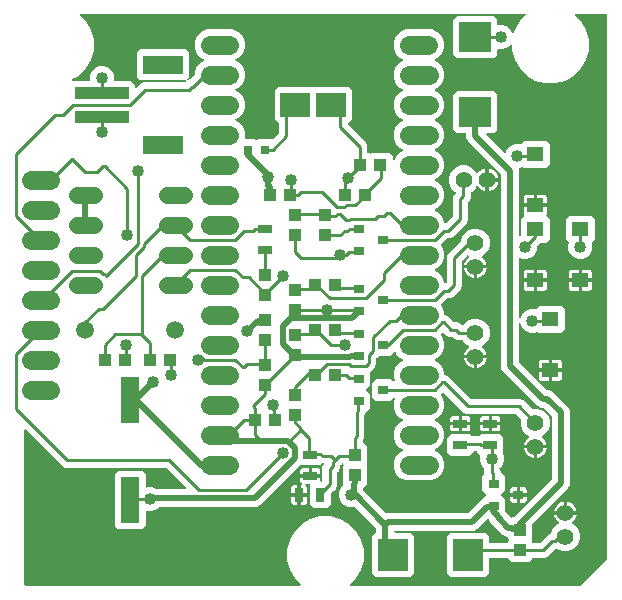
<source format=gtl>
G04 EAGLE Gerber RS-274X export*
G75*
%MOMM*%
%FSLAX34Y34*%
%LPD*%
%INTop Copper*%
%IPPOS*%
%AMOC8*
5,1,8,0,0,1.08239X$1,22.5*%
G01*
%ADD10C,1.625600*%
%ADD11R,1.000000X1.100000*%
%ADD12C,1.422400*%
%ADD13R,1.200000X0.800000*%
%ADD14R,1.470000X1.270000*%
%ADD15R,0.800000X1.200000*%
%ADD16R,1.100000X1.000000*%
%ADD17R,0.900000X0.800000*%
%ADD18R,2.700000X2.550000*%
%ADD19R,2.550000X2.700000*%
%ADD20R,2.500000X2.000000*%
%ADD21R,0.800000X0.800000*%
%ADD22C,1.422400*%
%ADD23R,1.600000X3.900000*%
%ADD24C,1.509600*%
%ADD25R,4.600000X1.000000*%
%ADD26R,3.400000X1.600000*%
%ADD27C,0.254000*%
%ADD28C,1.016000*%
%ADD29C,0.508000*%

G36*
X245075Y11950D02*
X245075Y11950D01*
X245146Y11952D01*
X245195Y11970D01*
X245247Y11979D01*
X245310Y12012D01*
X245377Y12037D01*
X245418Y12069D01*
X245464Y12094D01*
X245513Y12146D01*
X245569Y12190D01*
X245598Y12234D01*
X245633Y12272D01*
X245664Y12337D01*
X245702Y12397D01*
X245715Y12448D01*
X245737Y12495D01*
X245745Y12566D01*
X245762Y12636D01*
X245758Y12688D01*
X245764Y12739D01*
X245749Y12810D01*
X245743Y12881D01*
X245723Y12929D01*
X245712Y12980D01*
X245675Y13041D01*
X245647Y13107D01*
X245602Y13163D01*
X245586Y13191D01*
X245568Y13206D01*
X245542Y13238D01*
X240661Y18120D01*
X236377Y25540D01*
X234159Y33816D01*
X234159Y42384D01*
X236377Y50660D01*
X240661Y58080D01*
X246720Y64139D01*
X254140Y68423D01*
X262416Y70641D01*
X270984Y70641D01*
X279260Y68423D01*
X286680Y64139D01*
X292739Y58080D01*
X297023Y50660D01*
X299241Y42384D01*
X299241Y33816D01*
X297023Y25540D01*
X292739Y18120D01*
X287858Y13238D01*
X287816Y13180D01*
X287767Y13128D01*
X287745Y13081D01*
X287714Y13039D01*
X287693Y12970D01*
X287663Y12905D01*
X287657Y12853D01*
X287642Y12803D01*
X287644Y12732D01*
X287636Y12661D01*
X287647Y12610D01*
X287648Y12558D01*
X287673Y12490D01*
X287688Y12420D01*
X287715Y12376D01*
X287733Y12327D01*
X287778Y12271D01*
X287814Y12209D01*
X287854Y12175D01*
X287886Y12135D01*
X287947Y12096D01*
X288001Y12049D01*
X288050Y12030D01*
X288093Y12002D01*
X288163Y11984D01*
X288229Y11957D01*
X288301Y11949D01*
X288332Y11941D01*
X288355Y11943D01*
X288396Y11939D01*
X482600Y11939D01*
X482690Y11954D01*
X482781Y11961D01*
X482811Y11973D01*
X482843Y11979D01*
X482923Y12021D01*
X483007Y12057D01*
X483039Y12083D01*
X483060Y12094D01*
X483082Y12117D01*
X483138Y12162D01*
X505196Y34220D01*
X505249Y34294D01*
X505309Y34363D01*
X505321Y34393D01*
X505340Y34419D01*
X505367Y34506D01*
X505401Y34591D01*
X505405Y34632D01*
X505412Y34655D01*
X505411Y34687D01*
X505419Y34758D01*
X505419Y495300D01*
X505416Y495320D01*
X505418Y495339D01*
X505396Y495441D01*
X505380Y495543D01*
X505370Y495560D01*
X505366Y495580D01*
X505313Y495669D01*
X505264Y495760D01*
X505250Y495774D01*
X505240Y495791D01*
X505161Y495858D01*
X505086Y495930D01*
X505068Y495938D01*
X505053Y495951D01*
X504957Y495990D01*
X504863Y496033D01*
X504843Y496035D01*
X504825Y496043D01*
X504658Y496061D01*
X478896Y496061D01*
X478825Y496050D01*
X478754Y496048D01*
X478705Y496030D01*
X478653Y496022D01*
X478590Y495988D01*
X478523Y495963D01*
X478482Y495931D01*
X478436Y495906D01*
X478387Y495855D01*
X478331Y495810D01*
X478302Y495766D01*
X478267Y495728D01*
X478236Y495663D01*
X478198Y495603D01*
X478185Y495552D01*
X478163Y495505D01*
X478155Y495434D01*
X478138Y495364D01*
X478142Y495312D01*
X478136Y495261D01*
X478151Y495190D01*
X478157Y495119D01*
X478177Y495071D01*
X478188Y495020D01*
X478225Y494959D01*
X478253Y494893D01*
X478298Y494837D01*
X478314Y494809D01*
X478332Y494794D01*
X478358Y494762D01*
X483239Y489880D01*
X487523Y482460D01*
X489741Y474184D01*
X489741Y465616D01*
X487523Y457340D01*
X483239Y449920D01*
X477180Y443861D01*
X469760Y439577D01*
X461484Y437359D01*
X452916Y437359D01*
X444640Y439577D01*
X437220Y443861D01*
X431161Y449920D01*
X426877Y457340D01*
X424659Y465616D01*
X424659Y469412D01*
X424648Y469483D01*
X424646Y469554D01*
X424628Y469603D01*
X424620Y469655D01*
X424586Y469718D01*
X424561Y469785D01*
X424529Y469826D01*
X424504Y469872D01*
X424452Y469921D01*
X424408Y469977D01*
X424364Y470006D01*
X424326Y470042D01*
X424261Y470072D01*
X424201Y470110D01*
X424150Y470123D01*
X424103Y470145D01*
X424032Y470153D01*
X423962Y470171D01*
X423910Y470166D01*
X423859Y470172D01*
X423788Y470157D01*
X423717Y470151D01*
X423669Y470131D01*
X423618Y470120D01*
X423557Y470083D01*
X423491Y470055D01*
X423435Y470010D01*
X423407Y469994D01*
X423392Y469976D01*
X423360Y469950D01*
X421046Y467636D01*
X417311Y466089D01*
X413254Y466089D01*
X413247Y466092D01*
X413170Y466101D01*
X413094Y466119D01*
X413048Y466114D01*
X413003Y466120D01*
X412926Y466103D01*
X412849Y466096D01*
X412807Y466077D01*
X412762Y466067D01*
X412695Y466027D01*
X412624Y465996D01*
X412591Y465965D01*
X412551Y465941D01*
X412500Y465882D01*
X412443Y465829D01*
X412421Y465789D01*
X412391Y465754D01*
X412362Y465682D01*
X412325Y465614D01*
X412316Y465569D01*
X412299Y465526D01*
X412284Y465390D01*
X412281Y465372D01*
X412282Y465367D01*
X412281Y465359D01*
X412281Y461345D01*
X409305Y458369D01*
X378095Y458369D01*
X375119Y461345D01*
X375119Y491055D01*
X378095Y494031D01*
X409305Y494031D01*
X412281Y491055D01*
X412281Y487141D01*
X412288Y487095D01*
X412286Y487049D01*
X412308Y486975D01*
X412320Y486898D01*
X412342Y486857D01*
X412355Y486813D01*
X412399Y486749D01*
X412436Y486681D01*
X412469Y486649D01*
X412495Y486611D01*
X412558Y486565D01*
X412614Y486511D01*
X412656Y486492D01*
X412692Y486464D01*
X412766Y486440D01*
X412837Y486408D01*
X412883Y486403D01*
X412926Y486388D01*
X413004Y486389D01*
X413081Y486380D01*
X413126Y486390D01*
X413172Y486391D01*
X413241Y486411D01*
X417311Y486411D01*
X421046Y484864D01*
X423904Y482006D01*
X424777Y479898D01*
X424842Y479793D01*
X424904Y479692D01*
X424905Y479691D01*
X424906Y479689D01*
X425002Y479610D01*
X425092Y479534D01*
X425094Y479533D01*
X425096Y479532D01*
X425210Y479488D01*
X425322Y479445D01*
X425324Y479444D01*
X425326Y479444D01*
X425447Y479439D01*
X425567Y479433D01*
X425569Y479433D01*
X425571Y479433D01*
X425687Y479467D01*
X425804Y479500D01*
X425806Y479501D01*
X425808Y479502D01*
X425906Y479570D01*
X426007Y479639D01*
X426008Y479641D01*
X426010Y479642D01*
X426082Y479740D01*
X426155Y479836D01*
X426155Y479838D01*
X426156Y479839D01*
X426159Y479847D01*
X426216Y479992D01*
X426877Y482460D01*
X431161Y489880D01*
X436042Y494762D01*
X436084Y494820D01*
X436133Y494872D01*
X436155Y494919D01*
X436186Y494961D01*
X436207Y495030D01*
X436237Y495095D01*
X436243Y495147D01*
X436258Y495197D01*
X436256Y495268D01*
X436264Y495339D01*
X436253Y495390D01*
X436252Y495442D01*
X436227Y495510D01*
X436212Y495580D01*
X436185Y495624D01*
X436167Y495673D01*
X436122Y495729D01*
X436086Y495791D01*
X436046Y495825D01*
X436014Y495865D01*
X435953Y495904D01*
X435899Y495951D01*
X435850Y495970D01*
X435807Y495998D01*
X435737Y496016D01*
X435671Y496043D01*
X435599Y496051D01*
X435568Y496059D01*
X435545Y496057D01*
X435504Y496061D01*
X59796Y496061D01*
X59725Y496050D01*
X59654Y496048D01*
X59605Y496030D01*
X59553Y496022D01*
X59490Y495988D01*
X59423Y495963D01*
X59382Y495931D01*
X59336Y495906D01*
X59287Y495855D01*
X59231Y495810D01*
X59202Y495766D01*
X59167Y495728D01*
X59136Y495663D01*
X59098Y495603D01*
X59085Y495552D01*
X59063Y495505D01*
X59055Y495434D01*
X59038Y495364D01*
X59042Y495312D01*
X59036Y495261D01*
X59051Y495190D01*
X59057Y495119D01*
X59077Y495071D01*
X59088Y495020D01*
X59125Y494959D01*
X59153Y494893D01*
X59198Y494837D01*
X59214Y494809D01*
X59232Y494794D01*
X59258Y494762D01*
X64139Y489880D01*
X68423Y482460D01*
X70641Y474184D01*
X70641Y465616D01*
X68423Y457340D01*
X64139Y449920D01*
X58080Y443861D01*
X52435Y440601D01*
X52397Y440571D01*
X52355Y440548D01*
X52303Y440493D01*
X52244Y440445D01*
X52219Y440405D01*
X52186Y440370D01*
X52154Y440301D01*
X52113Y440237D01*
X52102Y440190D01*
X52082Y440147D01*
X52074Y440072D01*
X52056Y439998D01*
X52060Y439950D01*
X52055Y439903D01*
X52071Y439828D01*
X52078Y439753D01*
X52097Y439709D01*
X52107Y439662D01*
X52146Y439597D01*
X52176Y439528D01*
X52209Y439492D01*
X52233Y439451D01*
X52291Y439402D01*
X52342Y439346D01*
X52384Y439322D01*
X52420Y439291D01*
X52491Y439263D01*
X52557Y439226D01*
X52604Y439217D01*
X52648Y439199D01*
X52777Y439185D01*
X52799Y439181D01*
X52805Y439182D01*
X52815Y439181D01*
X66548Y439181D01*
X66568Y439184D01*
X66587Y439182D01*
X66689Y439204D01*
X66791Y439220D01*
X66808Y439230D01*
X66828Y439234D01*
X66917Y439287D01*
X67008Y439336D01*
X67022Y439350D01*
X67039Y439360D01*
X67106Y439439D01*
X67178Y439514D01*
X67186Y439532D01*
X67199Y439547D01*
X67238Y439643D01*
X67281Y439737D01*
X67283Y439757D01*
X67291Y439775D01*
X67309Y439942D01*
X67309Y443981D01*
X68856Y447716D01*
X71714Y450574D01*
X75449Y452121D01*
X79491Y452121D01*
X83226Y450574D01*
X86084Y447716D01*
X87631Y443981D01*
X87631Y439942D01*
X87634Y439922D01*
X87632Y439903D01*
X87654Y439801D01*
X87670Y439699D01*
X87680Y439682D01*
X87684Y439662D01*
X87737Y439573D01*
X87786Y439482D01*
X87800Y439468D01*
X87810Y439451D01*
X87889Y439384D01*
X87964Y439312D01*
X87982Y439304D01*
X87997Y439291D01*
X88093Y439252D01*
X88187Y439209D01*
X88207Y439207D01*
X88225Y439199D01*
X88392Y439181D01*
X102405Y439181D01*
X105381Y436205D01*
X105381Y433700D01*
X105392Y433629D01*
X105394Y433557D01*
X105412Y433508D01*
X105420Y433457D01*
X105454Y433394D01*
X105479Y433326D01*
X105511Y433286D01*
X105536Y433240D01*
X105588Y433190D01*
X105632Y433134D01*
X105676Y433106D01*
X105714Y433070D01*
X105779Y433040D01*
X105839Y433001D01*
X105890Y432989D01*
X105937Y432967D01*
X106008Y432959D01*
X106078Y432941D01*
X106130Y432945D01*
X106181Y432940D01*
X106252Y432955D01*
X106323Y432960D01*
X106371Y432981D01*
X106422Y432992D01*
X106483Y433029D01*
X106549Y433057D01*
X106605Y433102D01*
X106633Y433118D01*
X106648Y433136D01*
X106680Y433162D01*
X108809Y435290D01*
X110703Y437184D01*
X113037Y438151D01*
X148184Y438151D01*
X148274Y438165D01*
X148365Y438173D01*
X148395Y438185D01*
X148427Y438190D01*
X148507Y438233D01*
X148591Y438269D01*
X148624Y438295D01*
X148644Y438306D01*
X148666Y438329D01*
X148722Y438374D01*
X149068Y438720D01*
X149110Y438778D01*
X149160Y438830D01*
X149182Y438877D01*
X149212Y438919D01*
X149233Y438988D01*
X149263Y439053D01*
X149269Y439105D01*
X149284Y439155D01*
X149282Y439226D01*
X149290Y439297D01*
X149279Y439348D01*
X149278Y439400D01*
X149253Y439468D01*
X149238Y439538D01*
X149211Y439583D01*
X149194Y439631D01*
X149149Y439687D01*
X149112Y439749D01*
X149072Y439783D01*
X149040Y439823D01*
X148980Y439862D01*
X148925Y439909D01*
X148877Y439928D01*
X148833Y439956D01*
X148764Y439974D01*
X148697Y440001D01*
X148626Y440009D01*
X148594Y440017D01*
X148571Y440015D01*
X148530Y440019D01*
X110195Y440019D01*
X107219Y442995D01*
X107219Y463205D01*
X110195Y466181D01*
X148405Y466181D01*
X151381Y463205D01*
X151381Y442995D01*
X149427Y441042D01*
X149382Y440979D01*
X149355Y440951D01*
X149348Y440936D01*
X149308Y440888D01*
X149299Y440863D01*
X149283Y440842D01*
X149255Y440749D01*
X149220Y440658D01*
X149219Y440632D01*
X149211Y440607D01*
X149213Y440509D01*
X149209Y440412D01*
X149217Y440387D01*
X149217Y440361D01*
X149251Y440269D01*
X149278Y440176D01*
X149293Y440155D01*
X149302Y440130D01*
X149363Y440054D01*
X149418Y439974D01*
X149439Y439958D01*
X149455Y439938D01*
X149537Y439885D01*
X149616Y439827D01*
X149640Y439819D01*
X149662Y439805D01*
X149757Y439781D01*
X149849Y439751D01*
X149876Y439751D01*
X149901Y439745D01*
X149998Y439752D01*
X150095Y439753D01*
X150127Y439762D01*
X150146Y439764D01*
X150176Y439777D01*
X150256Y439800D01*
X152101Y440564D01*
X152157Y440599D01*
X152217Y440624D01*
X152278Y440673D01*
X152286Y440677D01*
X152290Y440681D01*
X152310Y440694D01*
X152322Y440709D01*
X152348Y440729D01*
X155732Y444114D01*
X155785Y444188D01*
X155845Y444257D01*
X155857Y444287D01*
X155876Y444313D01*
X155903Y444401D01*
X155937Y444485D01*
X155941Y444526D01*
X155948Y444548D01*
X155947Y444581D01*
X155955Y444652D01*
X155955Y447127D01*
X157966Y451982D01*
X161682Y455698D01*
X163611Y456497D01*
X163672Y456535D01*
X163737Y456564D01*
X163775Y456599D01*
X163820Y456626D01*
X163865Y456682D01*
X163918Y456730D01*
X163943Y456776D01*
X163976Y456816D01*
X164002Y456883D01*
X164037Y456946D01*
X164046Y456997D01*
X164065Y457045D01*
X164068Y457117D01*
X164080Y457188D01*
X164073Y457239D01*
X164075Y457291D01*
X164055Y457360D01*
X164045Y457431D01*
X164021Y457477D01*
X164006Y457527D01*
X163966Y457586D01*
X163933Y457650D01*
X163896Y457687D01*
X163866Y457729D01*
X163809Y457772D01*
X163758Y457822D01*
X163695Y457857D01*
X163669Y457876D01*
X163647Y457883D01*
X163611Y457903D01*
X161682Y458702D01*
X157966Y462418D01*
X155955Y467273D01*
X155955Y472527D01*
X157966Y477382D01*
X161682Y481098D01*
X166537Y483109D01*
X188047Y483109D01*
X192902Y481098D01*
X196618Y477382D01*
X198629Y472527D01*
X198629Y467273D01*
X196618Y462418D01*
X192902Y458702D01*
X190973Y457903D01*
X190912Y457865D01*
X190847Y457836D01*
X190809Y457801D01*
X190764Y457774D01*
X190719Y457718D01*
X190666Y457670D01*
X190641Y457624D01*
X190608Y457584D01*
X190582Y457517D01*
X190547Y457454D01*
X190538Y457403D01*
X190519Y457355D01*
X190516Y457283D01*
X190504Y457212D01*
X190511Y457161D01*
X190509Y457109D01*
X190529Y457040D01*
X190539Y456969D01*
X190563Y456923D01*
X190578Y456873D01*
X190618Y456814D01*
X190651Y456750D01*
X190688Y456713D01*
X190718Y456671D01*
X190775Y456628D01*
X190826Y456578D01*
X190889Y456543D01*
X190915Y456524D01*
X190937Y456517D01*
X190973Y456497D01*
X192902Y455698D01*
X196618Y451982D01*
X198629Y447127D01*
X198629Y441873D01*
X196618Y437018D01*
X192902Y433302D01*
X190973Y432503D01*
X190912Y432465D01*
X190847Y432436D01*
X190809Y432401D01*
X190764Y432374D01*
X190719Y432318D01*
X190666Y432270D01*
X190641Y432224D01*
X190608Y432184D01*
X190582Y432117D01*
X190547Y432054D01*
X190538Y432003D01*
X190519Y431955D01*
X190516Y431883D01*
X190504Y431812D01*
X190511Y431761D01*
X190509Y431709D01*
X190529Y431640D01*
X190539Y431569D01*
X190563Y431523D01*
X190578Y431473D01*
X190618Y431414D01*
X190651Y431350D01*
X190688Y431313D01*
X190718Y431271D01*
X190775Y431228D01*
X190826Y431178D01*
X190889Y431143D01*
X190915Y431124D01*
X190937Y431117D01*
X190973Y431097D01*
X192902Y430298D01*
X196618Y426582D01*
X198629Y421727D01*
X198629Y416473D01*
X196618Y411618D01*
X192902Y407902D01*
X190973Y407103D01*
X190912Y407065D01*
X190847Y407036D01*
X190809Y407001D01*
X190764Y406974D01*
X190719Y406918D01*
X190666Y406870D01*
X190641Y406824D01*
X190608Y406784D01*
X190582Y406717D01*
X190547Y406654D01*
X190538Y406603D01*
X190519Y406555D01*
X190516Y406483D01*
X190504Y406412D01*
X190511Y406361D01*
X190509Y406309D01*
X190529Y406240D01*
X190539Y406169D01*
X190563Y406123D01*
X190578Y406073D01*
X190618Y406014D01*
X190651Y405950D01*
X190688Y405913D01*
X190718Y405871D01*
X190775Y405828D01*
X190826Y405778D01*
X190889Y405743D01*
X190915Y405724D01*
X190937Y405717D01*
X190973Y405697D01*
X192902Y404898D01*
X196618Y401182D01*
X198629Y396327D01*
X198629Y391057D01*
X198624Y391047D01*
X198615Y390970D01*
X198598Y390894D01*
X198602Y390848D01*
X198597Y390803D01*
X198613Y390727D01*
X198621Y390649D01*
X198639Y390607D01*
X198649Y390562D01*
X198689Y390495D01*
X198721Y390424D01*
X198752Y390390D01*
X198775Y390351D01*
X198834Y390301D01*
X198887Y390243D01*
X198927Y390221D01*
X198962Y390191D01*
X199034Y390162D01*
X199103Y390125D01*
X199148Y390116D01*
X199190Y390099D01*
X199326Y390084D01*
X199345Y390081D01*
X199350Y390082D01*
X199357Y390081D01*
X207005Y390081D01*
X207862Y389224D01*
X207878Y389212D01*
X207890Y389196D01*
X207978Y389140D01*
X208061Y389080D01*
X208080Y389074D01*
X208097Y389063D01*
X208198Y389038D01*
X208297Y389008D01*
X208316Y389008D01*
X208336Y389003D01*
X208439Y389011D01*
X208542Y389014D01*
X208561Y389021D01*
X208581Y389022D01*
X208676Y389063D01*
X208773Y389098D01*
X208789Y389111D01*
X208807Y389119D01*
X208938Y389224D01*
X209795Y390081D01*
X222034Y390081D01*
X222124Y390095D01*
X222215Y390103D01*
X222245Y390115D01*
X222277Y390120D01*
X222358Y390163D01*
X222441Y390199D01*
X222474Y390225D01*
X222494Y390236D01*
X222516Y390259D01*
X222572Y390304D01*
X227106Y394838D01*
X227159Y394912D01*
X227219Y394981D01*
X227231Y395011D01*
X227250Y395037D01*
X227277Y395125D01*
X227311Y395209D01*
X227315Y395250D01*
X227322Y395272D01*
X227321Y395305D01*
X227329Y395376D01*
X227329Y403258D01*
X227326Y403278D01*
X227328Y403297D01*
X227306Y403399D01*
X227290Y403501D01*
X227280Y403518D01*
X227276Y403538D01*
X227223Y403627D01*
X227174Y403718D01*
X227160Y403732D01*
X227150Y403749D01*
X227071Y403816D01*
X226996Y403888D01*
X226978Y403896D01*
X226963Y403909D01*
X226867Y403948D01*
X226773Y403991D01*
X226753Y403993D01*
X226735Y404001D01*
X226711Y404003D01*
X223719Y406995D01*
X223719Y431205D01*
X226695Y434181D01*
X255905Y434181D01*
X256002Y434084D01*
X256018Y434072D01*
X256030Y434056D01*
X256118Y434000D01*
X256201Y433940D01*
X256220Y433934D01*
X256237Y433923D01*
X256338Y433898D01*
X256437Y433868D01*
X256457Y433868D01*
X256476Y433863D01*
X256579Y433871D01*
X256682Y433874D01*
X256701Y433881D01*
X256721Y433882D01*
X256816Y433923D01*
X256913Y433958D01*
X256929Y433971D01*
X256947Y433979D01*
X257078Y434084D01*
X257176Y434181D01*
X286385Y434181D01*
X289361Y431205D01*
X289361Y406995D01*
X286360Y403994D01*
X286269Y403980D01*
X286252Y403970D01*
X286232Y403966D01*
X286143Y403913D01*
X286052Y403864D01*
X286038Y403850D01*
X286021Y403840D01*
X285954Y403761D01*
X285882Y403686D01*
X285874Y403668D01*
X285861Y403653D01*
X285822Y403557D01*
X285779Y403463D01*
X285777Y403443D01*
X285769Y403425D01*
X285751Y403258D01*
X285751Y402996D01*
X285765Y402906D01*
X285773Y402815D01*
X285785Y402785D01*
X285790Y402753D01*
X285833Y402672D01*
X285869Y402589D01*
X285895Y402556D01*
X285906Y402536D01*
X285929Y402514D01*
X285974Y402458D01*
X301294Y387137D01*
X302261Y384803D01*
X302261Y379142D01*
X302264Y379122D01*
X302262Y379103D01*
X302284Y379001D01*
X302300Y378899D01*
X302310Y378882D01*
X302314Y378862D01*
X302367Y378773D01*
X302416Y378682D01*
X302430Y378668D01*
X302440Y378651D01*
X302519Y378584D01*
X302594Y378512D01*
X302612Y378504D01*
X302627Y378491D01*
X302723Y378452D01*
X302817Y378409D01*
X302837Y378407D01*
X302855Y378399D01*
X303022Y378381D01*
X303905Y378381D01*
X304262Y378024D01*
X304278Y378012D01*
X304290Y377996D01*
X304377Y377940D01*
X304461Y377880D01*
X304480Y377874D01*
X304497Y377863D01*
X304598Y377838D01*
X304697Y377808D01*
X304716Y377808D01*
X304736Y377803D01*
X304839Y377811D01*
X304942Y377814D01*
X304961Y377821D01*
X304981Y377822D01*
X305076Y377863D01*
X305173Y377898D01*
X305189Y377911D01*
X305207Y377919D01*
X305338Y378024D01*
X305696Y378381D01*
X320905Y378381D01*
X323881Y375405D01*
X323881Y372991D01*
X323896Y372895D01*
X323906Y372798D01*
X323916Y372774D01*
X323920Y372748D01*
X323966Y372662D01*
X324006Y372573D01*
X324023Y372554D01*
X324036Y372531D01*
X324106Y372464D01*
X324172Y372392D01*
X324195Y372379D01*
X324214Y372361D01*
X324302Y372320D01*
X324388Y372273D01*
X324413Y372269D01*
X324437Y372258D01*
X324534Y372247D01*
X324630Y372230D01*
X324656Y372233D01*
X324681Y372231D01*
X324777Y372251D01*
X324873Y372265D01*
X324896Y372277D01*
X324922Y372283D01*
X325005Y372333D01*
X325092Y372377D01*
X325111Y372396D01*
X325133Y372409D01*
X325196Y372483D01*
X325264Y372552D01*
X325280Y372581D01*
X325293Y372596D01*
X325305Y372627D01*
X325345Y372699D01*
X326622Y375782D01*
X330338Y379498D01*
X332267Y380297D01*
X332327Y380334D01*
X332393Y380364D01*
X332431Y380399D01*
X332476Y380426D01*
X332521Y380481D01*
X332574Y380530D01*
X332599Y380576D01*
X332632Y380616D01*
X332658Y380683D01*
X332693Y380746D01*
X332702Y380797D01*
X332721Y380845D01*
X332724Y380917D01*
X332736Y380988D01*
X332729Y381039D01*
X332731Y381091D01*
X332711Y381160D01*
X332701Y381231D01*
X332677Y381277D01*
X332662Y381327D01*
X332622Y381386D01*
X332589Y381450D01*
X332552Y381487D01*
X332522Y381529D01*
X332465Y381572D01*
X332413Y381622D01*
X332351Y381657D01*
X332325Y381676D01*
X332303Y381683D01*
X332267Y381703D01*
X330338Y382502D01*
X326622Y386218D01*
X324611Y391073D01*
X324611Y396327D01*
X326622Y401182D01*
X330338Y404898D01*
X332267Y405697D01*
X332327Y405734D01*
X332393Y405764D01*
X332431Y405799D01*
X332476Y405826D01*
X332521Y405881D01*
X332574Y405930D01*
X332599Y405976D01*
X332632Y406016D01*
X332658Y406083D01*
X332693Y406146D01*
X332702Y406197D01*
X332721Y406245D01*
X332724Y406317D01*
X332736Y406388D01*
X332729Y406439D01*
X332731Y406491D01*
X332711Y406560D01*
X332701Y406631D01*
X332677Y406677D01*
X332662Y406727D01*
X332622Y406786D01*
X332589Y406850D01*
X332552Y406887D01*
X332522Y406929D01*
X332465Y406972D01*
X332413Y407022D01*
X332351Y407057D01*
X332325Y407076D01*
X332303Y407083D01*
X332267Y407103D01*
X330338Y407902D01*
X326622Y411618D01*
X324611Y416473D01*
X324611Y421727D01*
X326622Y426582D01*
X330338Y430298D01*
X332267Y431097D01*
X332327Y431134D01*
X332393Y431164D01*
X332431Y431199D01*
X332476Y431226D01*
X332521Y431281D01*
X332574Y431330D01*
X332599Y431376D01*
X332632Y431416D01*
X332658Y431483D01*
X332693Y431546D01*
X332702Y431597D01*
X332721Y431645D01*
X332724Y431717D01*
X332736Y431788D01*
X332729Y431839D01*
X332731Y431891D01*
X332711Y431960D01*
X332701Y432031D01*
X332677Y432077D01*
X332662Y432127D01*
X332622Y432186D01*
X332589Y432250D01*
X332552Y432287D01*
X332522Y432329D01*
X332465Y432372D01*
X332413Y432422D01*
X332351Y432457D01*
X332325Y432476D01*
X332303Y432483D01*
X332267Y432503D01*
X330338Y433302D01*
X326622Y437018D01*
X324611Y441873D01*
X324611Y447127D01*
X326622Y451982D01*
X330338Y455698D01*
X332257Y456493D01*
X332317Y456530D01*
X332383Y456559D01*
X332421Y456595D01*
X332466Y456622D01*
X332511Y456677D01*
X332564Y456726D01*
X332589Y456772D01*
X332622Y456812D01*
X332648Y456878D01*
X332683Y456941D01*
X332692Y456993D01*
X332711Y457041D01*
X332714Y457113D01*
X332726Y457183D01*
X332719Y457235D01*
X332721Y457287D01*
X332701Y457356D01*
X332691Y457427D01*
X332667Y457473D01*
X332652Y457523D01*
X332612Y457582D01*
X332579Y457646D01*
X332542Y457683D01*
X332512Y457725D01*
X332455Y457768D01*
X332403Y457818D01*
X332341Y457853D01*
X332315Y457872D01*
X332293Y457879D01*
X332257Y457899D01*
X330318Y458702D01*
X326602Y462418D01*
X324591Y467273D01*
X324591Y472527D01*
X326602Y477382D01*
X330318Y481098D01*
X335173Y483109D01*
X356683Y483109D01*
X361538Y481098D01*
X365254Y477382D01*
X367265Y472527D01*
X367265Y467273D01*
X365254Y462418D01*
X361538Y458702D01*
X359619Y457907D01*
X359559Y457870D01*
X359493Y457841D01*
X359455Y457805D01*
X359410Y457778D01*
X359365Y457723D01*
X359312Y457674D01*
X359287Y457628D01*
X359254Y457588D01*
X359228Y457522D01*
X359193Y457459D01*
X359184Y457407D01*
X359165Y457359D01*
X359162Y457287D01*
X359150Y457217D01*
X359157Y457165D01*
X359155Y457113D01*
X359175Y457044D01*
X359185Y456973D01*
X359209Y456927D01*
X359224Y456877D01*
X359264Y456818D01*
X359297Y456754D01*
X359334Y456717D01*
X359364Y456675D01*
X359421Y456632D01*
X359473Y456582D01*
X359535Y456547D01*
X359561Y456528D01*
X359583Y456521D01*
X359619Y456501D01*
X361558Y455698D01*
X365274Y451982D01*
X367285Y447127D01*
X367285Y441873D01*
X365274Y437018D01*
X361558Y433302D01*
X359629Y432503D01*
X359569Y432465D01*
X359503Y432436D01*
X359465Y432401D01*
X359420Y432374D01*
X359375Y432318D01*
X359322Y432270D01*
X359297Y432224D01*
X359264Y432184D01*
X359238Y432117D01*
X359203Y432054D01*
X359194Y432003D01*
X359175Y431955D01*
X359172Y431883D01*
X359160Y431812D01*
X359167Y431761D01*
X359165Y431709D01*
X359185Y431640D01*
X359195Y431569D01*
X359219Y431523D01*
X359234Y431473D01*
X359274Y431414D01*
X359307Y431350D01*
X359344Y431313D01*
X359374Y431271D01*
X359431Y431228D01*
X359483Y431178D01*
X359545Y431143D01*
X359571Y431124D01*
X359593Y431117D01*
X359629Y431097D01*
X361558Y430298D01*
X365274Y426582D01*
X367285Y421727D01*
X367285Y416473D01*
X365274Y411618D01*
X361558Y407902D01*
X359629Y407103D01*
X359569Y407065D01*
X359503Y407036D01*
X359465Y407001D01*
X359420Y406974D01*
X359375Y406918D01*
X359322Y406870D01*
X359297Y406824D01*
X359264Y406784D01*
X359238Y406717D01*
X359203Y406654D01*
X359194Y406603D01*
X359175Y406555D01*
X359172Y406483D01*
X359160Y406412D01*
X359167Y406361D01*
X359165Y406309D01*
X359185Y406240D01*
X359195Y406169D01*
X359219Y406123D01*
X359234Y406073D01*
X359274Y406014D01*
X359307Y405950D01*
X359344Y405913D01*
X359374Y405871D01*
X359431Y405828D01*
X359483Y405778D01*
X359545Y405743D01*
X359571Y405724D01*
X359593Y405717D01*
X359629Y405697D01*
X361558Y404898D01*
X365274Y401182D01*
X367285Y396327D01*
X367285Y391073D01*
X365274Y386218D01*
X361558Y382502D01*
X359629Y381703D01*
X359569Y381665D01*
X359503Y381636D01*
X359465Y381601D01*
X359420Y381574D01*
X359375Y381518D01*
X359322Y381470D01*
X359297Y381424D01*
X359264Y381384D01*
X359238Y381317D01*
X359203Y381254D01*
X359194Y381203D01*
X359175Y381155D01*
X359172Y381083D01*
X359160Y381012D01*
X359167Y380961D01*
X359165Y380909D01*
X359185Y380840D01*
X359195Y380769D01*
X359219Y380723D01*
X359234Y380673D01*
X359274Y380614D01*
X359307Y380550D01*
X359344Y380513D01*
X359374Y380471D01*
X359431Y380428D01*
X359483Y380378D01*
X359545Y380343D01*
X359571Y380324D01*
X359593Y380317D01*
X359629Y380297D01*
X361558Y379498D01*
X365274Y375782D01*
X367285Y370927D01*
X367285Y365673D01*
X365274Y360818D01*
X361558Y357102D01*
X359629Y356303D01*
X359569Y356265D01*
X359503Y356236D01*
X359465Y356201D01*
X359420Y356174D01*
X359375Y356118D01*
X359322Y356070D01*
X359297Y356024D01*
X359264Y355984D01*
X359238Y355917D01*
X359203Y355854D01*
X359194Y355803D01*
X359175Y355755D01*
X359172Y355683D01*
X359160Y355612D01*
X359167Y355561D01*
X359165Y355509D01*
X359185Y355440D01*
X359195Y355369D01*
X359219Y355323D01*
X359234Y355273D01*
X359274Y355214D01*
X359307Y355150D01*
X359344Y355113D01*
X359374Y355071D01*
X359431Y355028D01*
X359483Y354978D01*
X359545Y354943D01*
X359571Y354924D01*
X359593Y354917D01*
X359629Y354897D01*
X361558Y354098D01*
X365274Y350382D01*
X367285Y345527D01*
X367285Y340273D01*
X365274Y335418D01*
X361558Y331702D01*
X359629Y330903D01*
X359569Y330865D01*
X359503Y330836D01*
X359465Y330801D01*
X359420Y330774D01*
X359375Y330718D01*
X359322Y330670D01*
X359297Y330624D01*
X359264Y330584D01*
X359238Y330517D01*
X359203Y330454D01*
X359194Y330403D01*
X359175Y330355D01*
X359172Y330283D01*
X359160Y330212D01*
X359167Y330161D01*
X359165Y330109D01*
X359185Y330040D01*
X359195Y329969D01*
X359219Y329923D01*
X359234Y329873D01*
X359274Y329814D01*
X359307Y329750D01*
X359344Y329713D01*
X359374Y329671D01*
X359431Y329628D01*
X359483Y329578D01*
X359545Y329543D01*
X359571Y329524D01*
X359593Y329517D01*
X359629Y329497D01*
X361558Y328698D01*
X365274Y324982D01*
X367285Y320127D01*
X367285Y319684D01*
X367296Y319613D01*
X367298Y319541D01*
X367316Y319492D01*
X367324Y319441D01*
X367358Y319378D01*
X367383Y319310D01*
X367415Y319270D01*
X367440Y319224D01*
X367492Y319174D01*
X367536Y319118D01*
X367580Y319090D01*
X367618Y319054D01*
X367683Y319024D01*
X367743Y318985D01*
X367794Y318973D01*
X367841Y318951D01*
X367912Y318943D01*
X367982Y318925D01*
X368034Y318929D01*
X368085Y318924D01*
X368156Y318939D01*
X368227Y318944D01*
X368275Y318965D01*
X368326Y318976D01*
X368387Y319013D01*
X368453Y319041D01*
X368509Y319085D01*
X368537Y319102D01*
X368552Y319120D01*
X368584Y319146D01*
X374426Y324988D01*
X374479Y325062D01*
X374539Y325131D01*
X374551Y325161D01*
X374570Y325187D01*
X374597Y325274D01*
X374631Y325359D01*
X374635Y325400D01*
X374642Y325422D01*
X374641Y325455D01*
X374649Y325526D01*
X374649Y340353D01*
X375616Y342687D01*
X376966Y344038D01*
X377019Y344112D01*
X377079Y344181D01*
X377091Y344211D01*
X377110Y344237D01*
X377134Y344315D01*
X377145Y344336D01*
X377149Y344354D01*
X377171Y344409D01*
X377175Y344450D01*
X377182Y344472D01*
X377181Y344505D01*
X377189Y344576D01*
X377189Y344591D01*
X377177Y344664D01*
X377176Y344718D01*
X377164Y344751D01*
X377153Y344822D01*
X377151Y344827D01*
X377150Y344834D01*
X377098Y344930D01*
X377091Y344949D01*
X377084Y344959D01*
X377042Y345041D01*
X377037Y345045D01*
X377034Y345051D01*
X376950Y345131D01*
X376866Y345213D01*
X376860Y345217D01*
X376856Y345220D01*
X376839Y345228D01*
X376816Y345241D01*
X373364Y348693D01*
X371507Y353175D01*
X371507Y358025D01*
X373364Y362507D01*
X376793Y365936D01*
X381275Y367793D01*
X386125Y367793D01*
X390607Y365936D01*
X394036Y362507D01*
X394515Y361352D01*
X394570Y361262D01*
X394621Y361170D01*
X394635Y361158D01*
X394644Y361143D01*
X394726Y361076D01*
X394803Y361005D01*
X394820Y360998D01*
X394834Y360986D01*
X394932Y360948D01*
X395028Y360906D01*
X395047Y360904D01*
X395064Y360898D01*
X395169Y360893D01*
X395273Y360884D01*
X395291Y360888D01*
X395309Y360887D01*
X395410Y360917D01*
X395513Y360941D01*
X395528Y360951D01*
X395546Y360956D01*
X395632Y361016D01*
X395721Y361072D01*
X395736Y361088D01*
X395748Y361096D01*
X395766Y361121D01*
X395834Y361196D01*
X396337Y361888D01*
X397412Y362963D01*
X398641Y363856D01*
X399995Y364546D01*
X401440Y365015D01*
X402177Y365132D01*
X402177Y356362D01*
X402180Y356342D01*
X402178Y356323D01*
X402200Y356221D01*
X402217Y356119D01*
X402226Y356102D01*
X402230Y356082D01*
X402283Y355993D01*
X402332Y355902D01*
X402346Y355888D01*
X402356Y355871D01*
X402435Y355804D01*
X402510Y355733D01*
X402528Y355724D01*
X402543Y355711D01*
X402639Y355673D01*
X402733Y355629D01*
X402753Y355627D01*
X402771Y355619D01*
X402938Y355601D01*
X403701Y355601D01*
X403701Y355599D01*
X402938Y355599D01*
X402918Y355596D01*
X402899Y355598D01*
X402797Y355576D01*
X402695Y355559D01*
X402678Y355550D01*
X402658Y355546D01*
X402569Y355493D01*
X402478Y355444D01*
X402464Y355430D01*
X402447Y355420D01*
X402380Y355341D01*
X402309Y355266D01*
X402300Y355248D01*
X402287Y355233D01*
X402248Y355137D01*
X402205Y355043D01*
X402203Y355023D01*
X402195Y355005D01*
X402177Y354838D01*
X402177Y346068D01*
X401440Y346185D01*
X399995Y346654D01*
X398641Y347344D01*
X397412Y348237D01*
X396337Y349312D01*
X395834Y350004D01*
X395759Y350078D01*
X395688Y350156D01*
X395672Y350165D01*
X395659Y350177D01*
X395565Y350224D01*
X395473Y350274D01*
X395455Y350278D01*
X395438Y350286D01*
X395334Y350299D01*
X395231Y350318D01*
X395213Y350315D01*
X395195Y350318D01*
X395091Y350298D01*
X394987Y350282D01*
X394971Y350274D01*
X394953Y350271D01*
X394862Y350219D01*
X394768Y350171D01*
X394755Y350158D01*
X394739Y350149D01*
X394670Y350070D01*
X394596Y349995D01*
X394585Y349976D01*
X394576Y349965D01*
X394563Y349936D01*
X394515Y349848D01*
X394036Y348693D01*
X390607Y345264D01*
X390361Y345162D01*
X390262Y345100D01*
X390161Y345040D01*
X390157Y345035D01*
X390152Y345032D01*
X390078Y344943D01*
X390001Y344853D01*
X389999Y344847D01*
X389995Y344843D01*
X389953Y344735D01*
X389909Y344625D01*
X389908Y344618D01*
X389907Y344613D01*
X389906Y344595D01*
X389891Y344458D01*
X389891Y340367D01*
X388924Y338033D01*
X387574Y336682D01*
X387521Y336608D01*
X387461Y336539D01*
X387449Y336509D01*
X387430Y336483D01*
X387403Y336396D01*
X387369Y336311D01*
X387365Y336270D01*
X387358Y336248D01*
X387359Y336215D01*
X387351Y336144D01*
X387351Y321317D01*
X386384Y318983D01*
X374437Y307036D01*
X372103Y306069D01*
X369976Y306069D01*
X369886Y306055D01*
X369795Y306047D01*
X369765Y306035D01*
X369733Y306030D01*
X369652Y305987D01*
X369569Y305951D01*
X369536Y305925D01*
X369516Y305914D01*
X369494Y305891D01*
X369438Y305846D01*
X364762Y301171D01*
X364750Y301154D01*
X364735Y301142D01*
X364679Y301055D01*
X364618Y300971D01*
X364613Y300952D01*
X364602Y300935D01*
X364576Y300835D01*
X364546Y300736D01*
X364547Y300716D01*
X364542Y300697D01*
X364550Y300594D01*
X364552Y300490D01*
X364559Y300471D01*
X364561Y300451D01*
X364601Y300356D01*
X364637Y300259D01*
X364649Y300243D01*
X364657Y300225D01*
X364762Y300094D01*
X365274Y299582D01*
X367285Y294727D01*
X367285Y289473D01*
X365274Y284618D01*
X361558Y280902D01*
X359629Y280103D01*
X359569Y280065D01*
X359503Y280036D01*
X359465Y280001D01*
X359420Y279974D01*
X359375Y279918D01*
X359322Y279870D01*
X359297Y279824D01*
X359264Y279784D01*
X359238Y279717D01*
X359203Y279654D01*
X359194Y279603D01*
X359175Y279555D01*
X359172Y279483D01*
X359160Y279412D01*
X359167Y279361D01*
X359165Y279309D01*
X359185Y279240D01*
X359195Y279169D01*
X359219Y279123D01*
X359234Y279073D01*
X359274Y279014D01*
X359307Y278950D01*
X359344Y278913D01*
X359374Y278871D01*
X359431Y278828D01*
X359483Y278778D01*
X359545Y278743D01*
X359571Y278724D01*
X359593Y278717D01*
X359629Y278697D01*
X361558Y277898D01*
X365274Y274182D01*
X367285Y269327D01*
X367285Y268884D01*
X367296Y268813D01*
X367298Y268741D01*
X367316Y268692D01*
X367324Y268641D01*
X367358Y268578D01*
X367383Y268510D01*
X367415Y268470D01*
X367440Y268424D01*
X367492Y268374D01*
X367536Y268318D01*
X367580Y268290D01*
X367618Y268254D01*
X367683Y268224D01*
X367743Y268185D01*
X367794Y268173D01*
X367841Y268151D01*
X367912Y268143D01*
X367982Y268125D01*
X368034Y268129D01*
X368085Y268124D01*
X368156Y268139D01*
X368227Y268144D01*
X368275Y268165D01*
X368326Y268176D01*
X368387Y268213D01*
X368453Y268241D01*
X368509Y268286D01*
X368537Y268302D01*
X368552Y268320D01*
X368584Y268346D01*
X369346Y269108D01*
X369399Y269182D01*
X369459Y269251D01*
X369471Y269281D01*
X369490Y269307D01*
X369517Y269394D01*
X369551Y269479D01*
X369555Y269520D01*
X369562Y269542D01*
X369561Y269574D01*
X369569Y269646D01*
X369569Y290823D01*
X370536Y293157D01*
X381284Y303906D01*
X381337Y303980D01*
X381397Y304049D01*
X381409Y304079D01*
X381428Y304105D01*
X381455Y304192D01*
X381489Y304277D01*
X381493Y304318D01*
X381500Y304340D01*
X381499Y304373D01*
X381507Y304444D01*
X381507Y304525D01*
X383364Y309007D01*
X386793Y312436D01*
X391275Y314293D01*
X396125Y314293D01*
X400607Y312436D01*
X404036Y309007D01*
X405893Y304525D01*
X405893Y299675D01*
X404036Y295193D01*
X400607Y291764D01*
X399452Y291285D01*
X399362Y291230D01*
X399270Y291179D01*
X399258Y291165D01*
X399243Y291156D01*
X399175Y291074D01*
X399105Y290997D01*
X399098Y290980D01*
X399086Y290966D01*
X399048Y290868D01*
X399006Y290772D01*
X399004Y290753D01*
X398998Y290736D01*
X398993Y290631D01*
X398984Y290527D01*
X398988Y290509D01*
X398987Y290491D01*
X399017Y290390D01*
X399041Y290287D01*
X399051Y290272D01*
X399056Y290254D01*
X399116Y290168D01*
X399172Y290079D01*
X399188Y290064D01*
X399196Y290052D01*
X399222Y290033D01*
X399296Y289966D01*
X399988Y289463D01*
X401063Y288388D01*
X401956Y287159D01*
X402646Y285805D01*
X403115Y284360D01*
X403232Y283623D01*
X394462Y283623D01*
X394442Y283620D01*
X394423Y283622D01*
X394321Y283600D01*
X394219Y283583D01*
X394202Y283574D01*
X394182Y283570D01*
X394093Y283517D01*
X394002Y283468D01*
X393988Y283454D01*
X393971Y283444D01*
X393904Y283365D01*
X393833Y283290D01*
X393824Y283272D01*
X393811Y283257D01*
X393773Y283161D01*
X393729Y283067D01*
X393727Y283047D01*
X393719Y283029D01*
X393701Y282862D01*
X393701Y282099D01*
X393699Y282099D01*
X393699Y282862D01*
X393696Y282882D01*
X393698Y282901D01*
X393676Y283003D01*
X393659Y283105D01*
X393650Y283122D01*
X393646Y283142D01*
X393593Y283231D01*
X393544Y283322D01*
X393530Y283336D01*
X393520Y283353D01*
X393441Y283420D01*
X393366Y283491D01*
X393348Y283500D01*
X393333Y283513D01*
X393237Y283552D01*
X393143Y283595D01*
X393123Y283597D01*
X393105Y283605D01*
X392938Y283623D01*
X384168Y283623D01*
X384285Y284360D01*
X384754Y285805D01*
X385444Y287159D01*
X386337Y288388D01*
X387412Y289463D01*
X388104Y289966D01*
X388178Y290041D01*
X388256Y290112D01*
X388265Y290128D01*
X388277Y290141D01*
X388324Y290235D01*
X388374Y290327D01*
X388378Y290345D01*
X388386Y290362D01*
X388399Y290466D01*
X388418Y290569D01*
X388415Y290587D01*
X388418Y290605D01*
X388398Y290709D01*
X388382Y290813D01*
X388374Y290829D01*
X388371Y290847D01*
X388318Y290938D01*
X388271Y291032D01*
X388258Y291045D01*
X388249Y291061D01*
X388170Y291130D01*
X388095Y291204D01*
X388076Y291215D01*
X388065Y291224D01*
X388036Y291237D01*
X387948Y291285D01*
X387484Y291478D01*
X387370Y291504D01*
X387256Y291533D01*
X387250Y291532D01*
X387244Y291534D01*
X387127Y291523D01*
X387011Y291514D01*
X387005Y291511D01*
X386999Y291511D01*
X386892Y291463D01*
X386785Y291417D01*
X386779Y291413D01*
X386774Y291411D01*
X386761Y291398D01*
X386654Y291313D01*
X382494Y287152D01*
X382441Y287078D01*
X382381Y287009D01*
X382369Y286979D01*
X382350Y286953D01*
X382323Y286866D01*
X382289Y286781D01*
X382285Y286740D01*
X382278Y286718D01*
X382279Y286685D01*
X382271Y286614D01*
X382271Y265437D01*
X381304Y263103D01*
X374437Y256236D01*
X372103Y255269D01*
X369976Y255269D01*
X369886Y255255D01*
X369795Y255247D01*
X369765Y255235D01*
X369733Y255230D01*
X369652Y255187D01*
X369569Y255151D01*
X369536Y255125D01*
X369516Y255114D01*
X369494Y255091D01*
X369438Y255046D01*
X364762Y250371D01*
X364750Y250354D01*
X364735Y250342D01*
X364679Y250255D01*
X364618Y250171D01*
X364612Y250152D01*
X364602Y250135D01*
X364576Y250035D01*
X364546Y249936D01*
X364547Y249916D01*
X364542Y249897D01*
X364550Y249794D01*
X364552Y249690D01*
X364559Y249671D01*
X364561Y249651D01*
X364601Y249556D01*
X364637Y249459D01*
X364649Y249443D01*
X364657Y249425D01*
X364762Y249294D01*
X365274Y248782D01*
X367285Y243927D01*
X367285Y242062D01*
X367288Y242042D01*
X367286Y242023D01*
X367308Y241921D01*
X367324Y241819D01*
X367334Y241802D01*
X367338Y241782D01*
X367391Y241693D01*
X367440Y241602D01*
X367454Y241588D01*
X367464Y241571D01*
X367543Y241504D01*
X367618Y241432D01*
X367636Y241424D01*
X367651Y241411D01*
X367747Y241372D01*
X367841Y241329D01*
X367861Y241327D01*
X367879Y241319D01*
X368046Y241301D01*
X368293Y241301D01*
X370627Y240334D01*
X375788Y235174D01*
X375862Y235121D01*
X375931Y235061D01*
X375961Y235049D01*
X375987Y235030D01*
X376074Y235003D01*
X376159Y234969D01*
X376200Y234965D01*
X376222Y234958D01*
X376255Y234959D01*
X376326Y234951D01*
X378453Y234951D01*
X380787Y233984D01*
X382138Y232634D01*
X382212Y232581D01*
X382281Y232521D01*
X382311Y232509D01*
X382337Y232490D01*
X382415Y232466D01*
X382436Y232455D01*
X382454Y232451D01*
X382509Y232429D01*
X382550Y232425D01*
X382572Y232418D01*
X382605Y232419D01*
X382676Y232411D01*
X382691Y232411D01*
X382764Y232423D01*
X382818Y232424D01*
X382851Y232436D01*
X382922Y232447D01*
X382927Y232449D01*
X382934Y232450D01*
X383030Y232502D01*
X383049Y232509D01*
X383059Y232516D01*
X383141Y232558D01*
X383145Y232563D01*
X383151Y232566D01*
X383231Y232650D01*
X383313Y232734D01*
X383317Y232740D01*
X383320Y232744D01*
X383328Y232761D01*
X383341Y232784D01*
X386793Y236236D01*
X391275Y238093D01*
X396125Y238093D01*
X400607Y236236D01*
X404036Y232807D01*
X405893Y228325D01*
X405893Y223475D01*
X404036Y218993D01*
X400607Y215564D01*
X399452Y215085D01*
X399362Y215030D01*
X399270Y214979D01*
X399258Y214965D01*
X399243Y214956D01*
X399176Y214874D01*
X399105Y214797D01*
X399098Y214780D01*
X399086Y214766D01*
X399048Y214668D01*
X399006Y214572D01*
X399004Y214553D01*
X398998Y214536D01*
X398993Y214431D01*
X398984Y214327D01*
X398988Y214309D01*
X398987Y214291D01*
X399017Y214190D01*
X399041Y214087D01*
X399051Y214072D01*
X399056Y214054D01*
X399116Y213968D01*
X399172Y213879D01*
X399188Y213864D01*
X399196Y213852D01*
X399221Y213834D01*
X399296Y213766D01*
X399988Y213263D01*
X401063Y212188D01*
X401956Y210959D01*
X402646Y209605D01*
X403115Y208160D01*
X403232Y207423D01*
X394462Y207423D01*
X394442Y207420D01*
X394423Y207422D01*
X394321Y207400D01*
X394219Y207383D01*
X394202Y207374D01*
X394182Y207370D01*
X394093Y207317D01*
X394002Y207268D01*
X393988Y207254D01*
X393971Y207244D01*
X393904Y207165D01*
X393833Y207090D01*
X393824Y207072D01*
X393811Y207057D01*
X393773Y206961D01*
X393729Y206867D01*
X393727Y206847D01*
X393719Y206829D01*
X393701Y206662D01*
X393701Y205899D01*
X393699Y205899D01*
X393699Y206662D01*
X393696Y206682D01*
X393698Y206701D01*
X393676Y206803D01*
X393659Y206905D01*
X393650Y206922D01*
X393646Y206942D01*
X393593Y207031D01*
X393544Y207122D01*
X393530Y207136D01*
X393520Y207153D01*
X393441Y207220D01*
X393366Y207291D01*
X393348Y207300D01*
X393333Y207313D01*
X393237Y207352D01*
X393143Y207395D01*
X393123Y207397D01*
X393105Y207405D01*
X392938Y207423D01*
X384168Y207423D01*
X384285Y208160D01*
X384754Y209605D01*
X385444Y210959D01*
X386337Y212188D01*
X387412Y213263D01*
X388104Y213766D01*
X388178Y213841D01*
X388256Y213912D01*
X388265Y213928D01*
X388277Y213941D01*
X388324Y214035D01*
X388374Y214127D01*
X388378Y214145D01*
X388386Y214162D01*
X388399Y214266D01*
X388418Y214369D01*
X388415Y214387D01*
X388418Y214405D01*
X388398Y214509D01*
X388382Y214613D01*
X388374Y214629D01*
X388371Y214647D01*
X388319Y214738D01*
X388271Y214832D01*
X388258Y214845D01*
X388249Y214861D01*
X388170Y214930D01*
X388095Y215004D01*
X388076Y215015D01*
X388065Y215024D01*
X388036Y215037D01*
X387948Y215085D01*
X386793Y215564D01*
X383364Y218993D01*
X383262Y219239D01*
X383200Y219339D01*
X383140Y219439D01*
X383135Y219443D01*
X383132Y219448D01*
X383042Y219523D01*
X382953Y219599D01*
X382947Y219601D01*
X382942Y219605D01*
X382834Y219647D01*
X382725Y219691D01*
X382717Y219692D01*
X382713Y219693D01*
X382695Y219694D01*
X382558Y219709D01*
X378467Y219709D01*
X376133Y220676D01*
X374782Y222026D01*
X374708Y222079D01*
X374639Y222139D01*
X374609Y222151D01*
X374583Y222170D01*
X374496Y222197D01*
X374411Y222231D01*
X374370Y222235D01*
X374348Y222242D01*
X374315Y222241D01*
X374244Y222249D01*
X372117Y222249D01*
X369783Y223216D01*
X366933Y226065D01*
X366917Y226077D01*
X366905Y226093D01*
X366817Y226149D01*
X366734Y226209D01*
X366715Y226215D01*
X366698Y226226D01*
X366597Y226251D01*
X366498Y226281D01*
X366479Y226281D01*
X366459Y226286D01*
X366356Y226278D01*
X366253Y226275D01*
X366234Y226268D01*
X366214Y226267D01*
X366119Y226226D01*
X366022Y226191D01*
X366006Y226178D01*
X365988Y226170D01*
X365857Y226065D01*
X364762Y224971D01*
X364750Y224954D01*
X364735Y224942D01*
X364679Y224855D01*
X364618Y224771D01*
X364613Y224752D01*
X364602Y224735D01*
X364576Y224635D01*
X364546Y224536D01*
X364547Y224516D01*
X364542Y224497D01*
X364550Y224394D01*
X364552Y224290D01*
X364559Y224271D01*
X364561Y224251D01*
X364601Y224156D01*
X364637Y224059D01*
X364649Y224043D01*
X364657Y224025D01*
X364762Y223894D01*
X365274Y223382D01*
X367285Y218527D01*
X367285Y213273D01*
X365274Y208418D01*
X361558Y204702D01*
X359629Y203903D01*
X359569Y203865D01*
X359503Y203836D01*
X359465Y203801D01*
X359420Y203774D01*
X359375Y203718D01*
X359322Y203670D01*
X359297Y203624D01*
X359264Y203584D01*
X359238Y203517D01*
X359203Y203454D01*
X359194Y203403D01*
X359175Y203355D01*
X359172Y203283D01*
X359160Y203212D01*
X359167Y203161D01*
X359165Y203109D01*
X359185Y203040D01*
X359195Y202969D01*
X359219Y202923D01*
X359234Y202873D01*
X359274Y202814D01*
X359307Y202750D01*
X359344Y202713D01*
X359374Y202671D01*
X359431Y202628D01*
X359483Y202578D01*
X359545Y202543D01*
X359571Y202524D01*
X359593Y202517D01*
X359629Y202497D01*
X361558Y201698D01*
X365274Y197982D01*
X367285Y193127D01*
X367285Y191262D01*
X367288Y191242D01*
X367286Y191223D01*
X367308Y191121D01*
X367324Y191019D01*
X367334Y191002D01*
X367338Y190982D01*
X367391Y190893D01*
X367440Y190802D01*
X367454Y190788D01*
X367464Y190771D01*
X367543Y190704D01*
X367618Y190632D01*
X367636Y190624D01*
X367651Y190611D01*
X367747Y190572D01*
X367841Y190529D01*
X367861Y190527D01*
X367879Y190519D01*
X368046Y190501D01*
X368293Y190501D01*
X370627Y189534D01*
X389758Y170404D01*
X389832Y170351D01*
X389901Y170291D01*
X389931Y170279D01*
X389957Y170260D01*
X390044Y170233D01*
X390129Y170199D01*
X390170Y170195D01*
X390192Y170188D01*
X390225Y170189D01*
X390296Y170181D01*
X431793Y170181D01*
X434127Y169214D01*
X441272Y162069D01*
X441367Y162001D01*
X441461Y161931D01*
X441467Y161929D01*
X441472Y161925D01*
X441583Y161891D01*
X441695Y161855D01*
X441701Y161855D01*
X441707Y161853D01*
X441824Y161856D01*
X441941Y161857D01*
X441948Y161859D01*
X441953Y161859D01*
X441970Y161866D01*
X442063Y161893D01*
X446925Y161893D01*
X451407Y160036D01*
X454836Y156607D01*
X456693Y152125D01*
X456693Y147275D01*
X454836Y142793D01*
X451407Y139364D01*
X450252Y138885D01*
X450162Y138830D01*
X450070Y138779D01*
X450058Y138765D01*
X450043Y138756D01*
X449975Y138674D01*
X449905Y138597D01*
X449898Y138580D01*
X449886Y138566D01*
X449848Y138468D01*
X449806Y138372D01*
X449804Y138353D01*
X449798Y138336D01*
X449793Y138231D01*
X449784Y138127D01*
X449788Y138109D01*
X449787Y138091D01*
X449817Y137990D01*
X449841Y137887D01*
X449851Y137872D01*
X449856Y137854D01*
X449916Y137768D01*
X449972Y137679D01*
X449988Y137664D01*
X449996Y137652D01*
X450022Y137633D01*
X450096Y137566D01*
X450788Y137063D01*
X451863Y135988D01*
X452756Y134759D01*
X453446Y133405D01*
X453915Y131960D01*
X454032Y131223D01*
X445262Y131223D01*
X445242Y131220D01*
X445223Y131222D01*
X445121Y131200D01*
X445019Y131183D01*
X445002Y131174D01*
X444982Y131170D01*
X444893Y131117D01*
X444802Y131068D01*
X444788Y131054D01*
X444771Y131044D01*
X444704Y130965D01*
X444633Y130890D01*
X444624Y130872D01*
X444611Y130857D01*
X444573Y130761D01*
X444529Y130667D01*
X444527Y130647D01*
X444519Y130629D01*
X444501Y130462D01*
X444501Y129699D01*
X444499Y129699D01*
X444499Y130462D01*
X444496Y130482D01*
X444498Y130501D01*
X444476Y130603D01*
X444459Y130705D01*
X444450Y130722D01*
X444446Y130742D01*
X444393Y130831D01*
X444344Y130922D01*
X444330Y130936D01*
X444320Y130953D01*
X444241Y131020D01*
X444166Y131091D01*
X444148Y131100D01*
X444133Y131113D01*
X444037Y131152D01*
X443943Y131195D01*
X443923Y131197D01*
X443905Y131205D01*
X443738Y131223D01*
X434968Y131223D01*
X435085Y131960D01*
X435554Y133405D01*
X436244Y134759D01*
X437137Y135988D01*
X438212Y137063D01*
X438904Y137566D01*
X438978Y137641D01*
X439056Y137712D01*
X439065Y137728D01*
X439077Y137741D01*
X439124Y137835D01*
X439174Y137927D01*
X439178Y137945D01*
X439186Y137962D01*
X439199Y138066D01*
X439218Y138169D01*
X439215Y138187D01*
X439218Y138205D01*
X439198Y138309D01*
X439182Y138413D01*
X439174Y138429D01*
X439171Y138447D01*
X439118Y138538D01*
X439071Y138632D01*
X439058Y138645D01*
X439049Y138661D01*
X438970Y138730D01*
X438895Y138804D01*
X438876Y138815D01*
X438865Y138824D01*
X438836Y138837D01*
X438748Y138885D01*
X437593Y139364D01*
X434164Y142793D01*
X432307Y147275D01*
X432307Y152125D01*
X432390Y152324D01*
X432416Y152438D01*
X432445Y152551D01*
X432444Y152558D01*
X432446Y152564D01*
X432435Y152680D01*
X432426Y152797D01*
X432423Y152802D01*
X432423Y152809D01*
X432375Y152916D01*
X432330Y153023D01*
X432325Y153029D01*
X432323Y153033D01*
X432310Y153047D01*
X432225Y153154D01*
X428122Y157256D01*
X428048Y157309D01*
X427979Y157369D01*
X427949Y157381D01*
X427923Y157400D01*
X427835Y157427D01*
X427751Y157461D01*
X427710Y157465D01*
X427688Y157472D01*
X427655Y157471D01*
X427584Y157479D01*
X386087Y157479D01*
X383753Y158446D01*
X366933Y175265D01*
X366917Y175277D01*
X366905Y175293D01*
X366817Y175349D01*
X366734Y175409D01*
X366715Y175415D01*
X366698Y175426D01*
X366597Y175451D01*
X366498Y175481D01*
X366479Y175481D01*
X366459Y175486D01*
X366356Y175478D01*
X366253Y175475D01*
X366234Y175468D01*
X366214Y175467D01*
X366119Y175426D01*
X366022Y175391D01*
X366006Y175378D01*
X365988Y175370D01*
X365857Y175265D01*
X364762Y174171D01*
X364750Y174154D01*
X364735Y174142D01*
X364679Y174055D01*
X364618Y173971D01*
X364613Y173952D01*
X364602Y173935D01*
X364576Y173835D01*
X364546Y173736D01*
X364547Y173716D01*
X364542Y173697D01*
X364550Y173594D01*
X364552Y173490D01*
X364559Y173471D01*
X364561Y173451D01*
X364601Y173356D01*
X364637Y173259D01*
X364649Y173243D01*
X364657Y173225D01*
X364762Y173094D01*
X365274Y172582D01*
X367285Y167727D01*
X367285Y162473D01*
X365274Y157618D01*
X361558Y153902D01*
X359629Y153103D01*
X359568Y153065D01*
X359503Y153036D01*
X359465Y153001D01*
X359420Y152974D01*
X359375Y152918D01*
X359322Y152870D01*
X359297Y152824D01*
X359264Y152784D01*
X359238Y152717D01*
X359203Y152654D01*
X359194Y152603D01*
X359175Y152555D01*
X359172Y152483D01*
X359160Y152412D01*
X359167Y152361D01*
X359165Y152309D01*
X359185Y152240D01*
X359195Y152169D01*
X359219Y152123D01*
X359234Y152073D01*
X359274Y152014D01*
X359307Y151950D01*
X359344Y151913D01*
X359374Y151871D01*
X359431Y151828D01*
X359482Y151778D01*
X359545Y151743D01*
X359571Y151724D01*
X359593Y151717D01*
X359629Y151697D01*
X361558Y150898D01*
X365274Y147182D01*
X367285Y142327D01*
X367285Y137073D01*
X365274Y132218D01*
X361558Y128502D01*
X359629Y127703D01*
X359568Y127665D01*
X359503Y127636D01*
X359465Y127601D01*
X359420Y127574D01*
X359375Y127518D01*
X359322Y127470D01*
X359297Y127424D01*
X359264Y127384D01*
X359238Y127317D01*
X359203Y127254D01*
X359194Y127203D01*
X359175Y127155D01*
X359172Y127083D01*
X359160Y127012D01*
X359167Y126961D01*
X359165Y126909D01*
X359185Y126840D01*
X359195Y126769D01*
X359219Y126723D01*
X359234Y126673D01*
X359274Y126614D01*
X359307Y126550D01*
X359344Y126513D01*
X359374Y126471D01*
X359431Y126428D01*
X359482Y126378D01*
X359545Y126343D01*
X359571Y126324D01*
X359593Y126317D01*
X359629Y126297D01*
X361558Y125498D01*
X365274Y121782D01*
X367285Y116927D01*
X367285Y111673D01*
X365274Y106818D01*
X361558Y103102D01*
X356703Y101091D01*
X335193Y101091D01*
X330338Y103102D01*
X326622Y106818D01*
X324611Y111673D01*
X324611Y116927D01*
X326622Y121782D01*
X330338Y125498D01*
X332267Y126297D01*
X332328Y126335D01*
X332393Y126364D01*
X332431Y126399D01*
X332476Y126426D01*
X332521Y126482D01*
X332574Y126530D01*
X332599Y126576D01*
X332632Y126616D01*
X332658Y126683D01*
X332693Y126746D01*
X332702Y126797D01*
X332721Y126845D01*
X332724Y126917D01*
X332736Y126988D01*
X332729Y127039D01*
X332731Y127091D01*
X332711Y127160D01*
X332701Y127231D01*
X332677Y127277D01*
X332662Y127327D01*
X332622Y127386D01*
X332589Y127450D01*
X332552Y127487D01*
X332522Y127529D01*
X332465Y127572D01*
X332414Y127622D01*
X332351Y127657D01*
X332325Y127676D01*
X332303Y127683D01*
X332267Y127703D01*
X330338Y128502D01*
X326622Y132218D01*
X324611Y137073D01*
X324611Y142327D01*
X326622Y147182D01*
X330338Y150898D01*
X332267Y151697D01*
X332328Y151735D01*
X332393Y151764D01*
X332431Y151799D01*
X332476Y151826D01*
X332521Y151882D01*
X332574Y151930D01*
X332599Y151976D01*
X332632Y152016D01*
X332658Y152083D01*
X332693Y152146D01*
X332702Y152197D01*
X332721Y152245D01*
X332724Y152317D01*
X332736Y152388D01*
X332729Y152439D01*
X332731Y152491D01*
X332711Y152560D01*
X332701Y152631D01*
X332677Y152677D01*
X332662Y152727D01*
X332622Y152786D01*
X332589Y152850D01*
X332552Y152887D01*
X332522Y152929D01*
X332465Y152972D01*
X332414Y153022D01*
X332351Y153057D01*
X332325Y153076D01*
X332303Y153083D01*
X332267Y153103D01*
X330338Y153902D01*
X326622Y157618D01*
X324611Y162473D01*
X324611Y167727D01*
X325409Y169652D01*
X325431Y169747D01*
X325459Y169840D01*
X325459Y169866D01*
X325465Y169892D01*
X325456Y169988D01*
X325453Y170086D01*
X325444Y170110D01*
X325442Y170136D01*
X325402Y170225D01*
X325369Y170317D01*
X325352Y170337D01*
X325342Y170361D01*
X325276Y170433D01*
X325215Y170509D01*
X325193Y170523D01*
X325175Y170542D01*
X325090Y170589D01*
X325008Y170642D01*
X324983Y170648D01*
X324960Y170661D01*
X324864Y170678D01*
X324769Y170702D01*
X324743Y170700D01*
X324718Y170705D01*
X324621Y170690D01*
X324524Y170683D01*
X324500Y170673D01*
X324474Y170669D01*
X324387Y170625D01*
X324298Y170587D01*
X324273Y170566D01*
X324255Y170557D01*
X324232Y170534D01*
X324167Y170482D01*
X322405Y168719D01*
X309195Y168719D01*
X306219Y171695D01*
X306219Y183905D01*
X309195Y186881D01*
X322405Y186881D01*
X324167Y185118D01*
X324246Y185062D01*
X324321Y184999D01*
X324346Y184990D01*
X324367Y184975D01*
X324460Y184946D01*
X324551Y184911D01*
X324577Y184910D01*
X324602Y184902D01*
X324699Y184905D01*
X324796Y184901D01*
X324822Y184908D01*
X324848Y184909D01*
X324939Y184942D01*
X325033Y184969D01*
X325054Y184984D01*
X325079Y184993D01*
X325155Y185054D01*
X325235Y185110D01*
X325250Y185131D01*
X325271Y185147D01*
X325323Y185229D01*
X325381Y185307D01*
X325390Y185332D01*
X325404Y185354D01*
X325428Y185448D01*
X325458Y185541D01*
X325457Y185567D01*
X325464Y185592D01*
X325456Y185689D01*
X325455Y185787D01*
X325446Y185818D01*
X325445Y185838D01*
X325432Y185868D01*
X325409Y185948D01*
X324611Y187873D01*
X324611Y193127D01*
X326622Y197982D01*
X330338Y201698D01*
X332267Y202497D01*
X332327Y202534D01*
X332393Y202564D01*
X332431Y202599D01*
X332476Y202626D01*
X332521Y202681D01*
X332574Y202730D01*
X332599Y202776D01*
X332632Y202816D01*
X332658Y202883D01*
X332693Y202946D01*
X332702Y202997D01*
X332721Y203045D01*
X332724Y203117D01*
X332736Y203188D01*
X332729Y203239D01*
X332731Y203291D01*
X332711Y203360D01*
X332701Y203431D01*
X332677Y203477D01*
X332662Y203527D01*
X332622Y203586D01*
X332589Y203650D01*
X332552Y203687D01*
X332522Y203729D01*
X332465Y203772D01*
X332413Y203822D01*
X332351Y203857D01*
X332325Y203876D01*
X332303Y203883D01*
X332267Y203903D01*
X330338Y204702D01*
X326622Y208418D01*
X326291Y209217D01*
X326267Y209256D01*
X326251Y209299D01*
X326203Y209360D01*
X326161Y209426D01*
X326126Y209456D01*
X326097Y209491D01*
X326032Y209533D01*
X325972Y209583D01*
X325929Y209600D01*
X325891Y209624D01*
X325815Y209643D01*
X325742Y209671D01*
X325697Y209673D01*
X325652Y209684D01*
X325574Y209678D01*
X325497Y209682D01*
X325452Y209669D01*
X325407Y209665D01*
X325335Y209635D01*
X325260Y209613D01*
X325223Y209587D01*
X325180Y209569D01*
X325074Y209484D01*
X325058Y209473D01*
X325055Y209469D01*
X325049Y209464D01*
X322405Y206819D01*
X312636Y206819D01*
X312546Y206805D01*
X312455Y206797D01*
X312425Y206785D01*
X312393Y206780D01*
X312312Y206737D01*
X312229Y206701D01*
X312196Y206675D01*
X312176Y206664D01*
X312175Y206664D01*
X312153Y206641D01*
X312098Y206596D01*
X310104Y204602D01*
X310051Y204528D01*
X309991Y204459D01*
X309979Y204429D01*
X309960Y204403D01*
X309933Y204316D01*
X309899Y204231D01*
X309895Y204190D01*
X309888Y204168D01*
X309889Y204135D01*
X309881Y204064D01*
X309881Y199397D01*
X308914Y197063D01*
X304604Y192752D01*
X304551Y192678D01*
X304491Y192609D01*
X304479Y192579D01*
X304460Y192553D01*
X304433Y192466D01*
X304399Y192381D01*
X304395Y192340D01*
X304388Y192318D01*
X304389Y192285D01*
X304381Y192214D01*
X304381Y181195D01*
X301524Y178338D01*
X301512Y178322D01*
X301496Y178310D01*
X301440Y178222D01*
X301380Y178139D01*
X301374Y178120D01*
X301363Y178103D01*
X301338Y178002D01*
X301308Y177903D01*
X301308Y177884D01*
X301303Y177864D01*
X301311Y177761D01*
X301314Y177658D01*
X301321Y177639D01*
X301322Y177619D01*
X301363Y177524D01*
X301398Y177427D01*
X301411Y177411D01*
X301419Y177393D01*
X301524Y177262D01*
X304381Y174405D01*
X304381Y162195D01*
X301274Y159089D01*
X301241Y159072D01*
X301236Y159067D01*
X301231Y159064D01*
X301151Y158980D01*
X301069Y158896D01*
X301065Y158890D01*
X301061Y158886D01*
X301054Y158869D01*
X300988Y158749D01*
X300024Y156423D01*
X299944Y156342D01*
X299900Y156282D01*
X299863Y156243D01*
X299857Y156229D01*
X299831Y156199D01*
X299819Y156169D01*
X299800Y156143D01*
X299773Y156056D01*
X299739Y155971D01*
X299735Y155930D01*
X299728Y155908D01*
X299729Y155875D01*
X299721Y155804D01*
X299721Y137167D01*
X298754Y134833D01*
X298674Y134752D01*
X298621Y134678D01*
X298561Y134609D01*
X298549Y134579D01*
X298530Y134553D01*
X298503Y134466D01*
X298469Y134381D01*
X298465Y134340D01*
X298458Y134318D01*
X298459Y134285D01*
X298451Y134214D01*
X298451Y133743D01*
X298454Y133723D01*
X298452Y133704D01*
X298474Y133602D01*
X298490Y133500D01*
X298500Y133483D01*
X298504Y133463D01*
X298557Y133374D01*
X298606Y133283D01*
X298620Y133269D01*
X298630Y133252D01*
X298709Y133185D01*
X298784Y133113D01*
X298802Y133105D01*
X298817Y133092D01*
X298913Y133053D01*
X299007Y133010D01*
X299027Y133008D01*
X299045Y133000D01*
X299204Y132983D01*
X302181Y130006D01*
X302181Y114796D01*
X301824Y114439D01*
X301812Y114423D01*
X301796Y114411D01*
X301740Y114324D01*
X301680Y114240D01*
X301674Y114221D01*
X301663Y114204D01*
X301638Y114103D01*
X301608Y114004D01*
X301608Y113985D01*
X301603Y113965D01*
X301611Y113862D01*
X301614Y113759D01*
X301621Y113740D01*
X301622Y113720D01*
X301663Y113625D01*
X301698Y113528D01*
X301711Y113512D01*
X301719Y113494D01*
X301824Y113363D01*
X302181Y113005D01*
X302181Y97796D01*
X299203Y94819D01*
X299192Y94817D01*
X299173Y94819D01*
X299071Y94797D01*
X298969Y94781D01*
X298952Y94771D01*
X298932Y94767D01*
X298843Y94714D01*
X298752Y94665D01*
X298738Y94651D01*
X298721Y94641D01*
X298654Y94562D01*
X298582Y94487D01*
X298574Y94469D01*
X298561Y94454D01*
X298522Y94358D01*
X298479Y94264D01*
X298477Y94244D01*
X298469Y94226D01*
X298451Y94059D01*
X298451Y93642D01*
X298465Y93552D01*
X298473Y93461D01*
X298485Y93431D01*
X298490Y93399D01*
X298533Y93318D01*
X298569Y93235D01*
X298595Y93202D01*
X298606Y93182D01*
X298629Y93160D01*
X298674Y93104D01*
X317894Y73884D01*
X317968Y73831D01*
X318037Y73771D01*
X318067Y73759D01*
X318093Y73740D01*
X318180Y73713D01*
X318265Y73679D01*
X318306Y73675D01*
X318328Y73668D01*
X318361Y73669D01*
X318432Y73661D01*
X387688Y73661D01*
X387778Y73675D01*
X387869Y73683D01*
X387899Y73695D01*
X387931Y73700D01*
X388012Y73743D01*
X388095Y73779D01*
X388128Y73805D01*
X388148Y73816D01*
X388170Y73839D01*
X388226Y73884D01*
X399296Y84954D01*
X399349Y85028D01*
X399409Y85097D01*
X399421Y85127D01*
X399440Y85153D01*
X399467Y85240D01*
X399501Y85325D01*
X399505Y85366D01*
X399512Y85388D01*
X399511Y85421D01*
X399519Y85492D01*
X399519Y85505D01*
X402376Y88362D01*
X402388Y88378D01*
X402404Y88390D01*
X402460Y88478D01*
X402520Y88561D01*
X402526Y88580D01*
X402537Y88597D01*
X402562Y88698D01*
X402592Y88797D01*
X402592Y88816D01*
X402597Y88836D01*
X402589Y88939D01*
X402586Y89042D01*
X402579Y89061D01*
X402578Y89081D01*
X402537Y89176D01*
X402502Y89273D01*
X402489Y89289D01*
X402481Y89307D01*
X402376Y89438D01*
X399519Y92295D01*
X399519Y104505D01*
X401096Y106082D01*
X401149Y106156D01*
X401209Y106225D01*
X401221Y106255D01*
X401240Y106281D01*
X401267Y106368D01*
X401301Y106453D01*
X401305Y106494D01*
X401312Y106516D01*
X401311Y106549D01*
X401319Y106620D01*
X401319Y111046D01*
X401305Y111136D01*
X401297Y111227D01*
X401285Y111257D01*
X401280Y111289D01*
X401237Y111369D01*
X401201Y111453D01*
X401175Y111485D01*
X401164Y111506D01*
X401141Y111528D01*
X401096Y111584D01*
X399056Y113624D01*
X397509Y117359D01*
X397509Y121401D01*
X397726Y121923D01*
X397752Y122037D01*
X397781Y122151D01*
X397780Y122157D01*
X397782Y122163D01*
X397771Y122279D01*
X397762Y122396D01*
X397759Y122402D01*
X397759Y122408D01*
X397711Y122515D01*
X397665Y122622D01*
X397661Y122628D01*
X397659Y122633D01*
X397646Y122646D01*
X397561Y122753D01*
X395317Y124997D01*
X395318Y125007D01*
X395296Y125109D01*
X395280Y125211D01*
X395270Y125228D01*
X395266Y125248D01*
X395213Y125337D01*
X395164Y125428D01*
X395150Y125442D01*
X395140Y125459D01*
X395061Y125526D01*
X394986Y125598D01*
X394968Y125606D01*
X394953Y125619D01*
X394857Y125658D01*
X394763Y125701D01*
X394743Y125703D01*
X394725Y125711D01*
X394558Y125729D01*
X392842Y125729D01*
X392822Y125726D01*
X392803Y125728D01*
X392701Y125706D01*
X392599Y125690D01*
X392582Y125680D01*
X392562Y125676D01*
X392473Y125623D01*
X392382Y125574D01*
X392368Y125560D01*
X392351Y125550D01*
X392284Y125471D01*
X392212Y125396D01*
X392204Y125378D01*
X392191Y125363D01*
X392152Y125267D01*
X392109Y125173D01*
X392107Y125153D01*
X392099Y125135D01*
X392084Y124998D01*
X389105Y122018D01*
X372895Y122018D01*
X369919Y124994D01*
X369919Y137204D01*
X372895Y140180D01*
X389105Y140180D01*
X390631Y138654D01*
X390704Y138601D01*
X390774Y138541D01*
X390804Y138529D01*
X390830Y138510D01*
X390917Y138483D01*
X391002Y138449D01*
X391043Y138445D01*
X391065Y138438D01*
X391098Y138439D01*
X391169Y138431D01*
X396231Y138431D01*
X396321Y138445D01*
X396412Y138453D01*
X396442Y138465D01*
X396474Y138470D01*
X396555Y138513D01*
X396638Y138549D01*
X396671Y138575D01*
X396691Y138586D01*
X396713Y138609D01*
X396769Y138654D01*
X398295Y140180D01*
X414505Y140180D01*
X417481Y137204D01*
X417481Y124995D01*
X417035Y124549D01*
X416967Y124454D01*
X416897Y124361D01*
X416895Y124355D01*
X416892Y124349D01*
X416858Y124238D01*
X416821Y124127D01*
X416821Y124120D01*
X416819Y124114D01*
X416823Y123997D01*
X416824Y123881D01*
X416826Y123873D01*
X416826Y123868D01*
X416832Y123851D01*
X416870Y123720D01*
X417831Y121401D01*
X417831Y117359D01*
X416284Y113624D01*
X414244Y111584D01*
X414191Y111510D01*
X414131Y111441D01*
X414119Y111411D01*
X414100Y111384D01*
X414073Y111298D01*
X414039Y111213D01*
X414035Y111172D01*
X414028Y111149D01*
X414029Y111117D01*
X414021Y111046D01*
X414021Y110896D01*
X414024Y110878D01*
X414022Y110862D01*
X414036Y110795D01*
X414043Y110715D01*
X414055Y110685D01*
X414060Y110653D01*
X414072Y110632D01*
X414074Y110621D01*
X414102Y110574D01*
X414103Y110572D01*
X414139Y110488D01*
X414165Y110456D01*
X414176Y110436D01*
X414197Y110415D01*
X414200Y110410D01*
X414204Y110407D01*
X414244Y110358D01*
X414324Y110277D01*
X415288Y107951D01*
X415350Y107851D01*
X415409Y107751D01*
X415414Y107747D01*
X415417Y107742D01*
X415508Y107667D01*
X415582Y107603D01*
X418681Y104505D01*
X418681Y92295D01*
X415824Y89438D01*
X415812Y89422D01*
X415796Y89410D01*
X415740Y89322D01*
X415680Y89239D01*
X415674Y89220D01*
X415663Y89203D01*
X415638Y89102D01*
X415608Y89003D01*
X415608Y88984D01*
X415603Y88964D01*
X415611Y88861D01*
X415614Y88758D01*
X415621Y88739D01*
X415622Y88719D01*
X415663Y88624D01*
X415698Y88527D01*
X415711Y88511D01*
X415719Y88493D01*
X415824Y88362D01*
X418681Y85505D01*
X418681Y76282D01*
X418695Y76192D01*
X418703Y76101D01*
X418715Y76071D01*
X418720Y76039D01*
X418763Y75958D01*
X418799Y75875D01*
X418825Y75842D01*
X418836Y75822D01*
X418859Y75800D01*
X418904Y75744D01*
X419211Y75437D01*
X420051Y73409D01*
X420085Y73353D01*
X420111Y73293D01*
X420163Y73228D01*
X420180Y73200D01*
X420195Y73187D01*
X420216Y73162D01*
X423558Y69820D01*
X423574Y69808D01*
X423586Y69792D01*
X423674Y69736D01*
X423758Y69676D01*
X423777Y69670D01*
X423793Y69659D01*
X423894Y69634D01*
X423993Y69604D01*
X424013Y69604D01*
X424032Y69599D01*
X424135Y69607D01*
X424238Y69610D01*
X424257Y69617D01*
X424277Y69618D01*
X424372Y69659D01*
X424469Y69694D01*
X424485Y69707D01*
X424503Y69715D01*
X424634Y69820D01*
X424696Y69881D01*
X425818Y69881D01*
X425908Y69895D01*
X425999Y69903D01*
X426029Y69915D01*
X426061Y69920D01*
X426142Y69963D01*
X426225Y69999D01*
X426258Y70025D01*
X426278Y70036D01*
X426300Y70059D01*
X426356Y70104D01*
X458246Y101994D01*
X458289Y102053D01*
X458333Y102099D01*
X458341Y102116D01*
X458359Y102137D01*
X458371Y102167D01*
X458390Y102193D01*
X458416Y102277D01*
X458437Y102323D01*
X458438Y102333D01*
X458451Y102365D01*
X458455Y102406D01*
X458462Y102428D01*
X458461Y102461D01*
X458469Y102532D01*
X458469Y155278D01*
X458455Y155368D01*
X458447Y155459D01*
X458435Y155489D01*
X458430Y155521D01*
X458387Y155602D01*
X458351Y155685D01*
X458325Y155718D01*
X458314Y155738D01*
X458291Y155760D01*
X458246Y155816D01*
X451726Y162336D01*
X451652Y162389D01*
X451583Y162449D01*
X451553Y162461D01*
X451527Y162480D01*
X451440Y162507D01*
X451355Y162541D01*
X451314Y162545D01*
X451292Y162552D01*
X451259Y162551D01*
X451188Y162559D01*
X449334Y162559D01*
X446533Y163719D01*
X416449Y193803D01*
X415289Y196604D01*
X415289Y359748D01*
X415275Y359838D01*
X415267Y359929D01*
X415255Y359959D01*
X415250Y359991D01*
X415207Y360072D01*
X415171Y360155D01*
X415145Y360188D01*
X415134Y360208D01*
X415111Y360230D01*
X415066Y360286D01*
X387239Y388113D01*
X386079Y390914D01*
X386079Y394208D01*
X386076Y394228D01*
X386078Y394247D01*
X386056Y394349D01*
X386040Y394451D01*
X386030Y394468D01*
X386026Y394488D01*
X385973Y394577D01*
X385924Y394668D01*
X385910Y394682D01*
X385900Y394699D01*
X385821Y394766D01*
X385746Y394838D01*
X385728Y394846D01*
X385713Y394859D01*
X385617Y394898D01*
X385523Y394941D01*
X385503Y394943D01*
X385485Y394951D01*
X385318Y394969D01*
X378095Y394969D01*
X375119Y397945D01*
X375119Y427655D01*
X378095Y430631D01*
X409305Y430631D01*
X412281Y427655D01*
X412281Y397945D01*
X409305Y394969D01*
X403776Y394969D01*
X403705Y394958D01*
X403633Y394956D01*
X403584Y394938D01*
X403533Y394930D01*
X403470Y394896D01*
X403402Y394871D01*
X403362Y394839D01*
X403316Y394814D01*
X403266Y394763D01*
X403210Y394718D01*
X403182Y394674D01*
X403146Y394636D01*
X403116Y394571D01*
X403077Y394511D01*
X403065Y394460D01*
X403043Y394413D01*
X403035Y394342D01*
X403017Y394272D01*
X403021Y394220D01*
X403016Y394169D01*
X403031Y394098D01*
X403036Y394027D01*
X403057Y393979D01*
X403068Y393928D01*
X403105Y393867D01*
X403133Y393801D01*
X403178Y393745D01*
X403194Y393717D01*
X403212Y393702D01*
X403238Y393670D01*
X418255Y378653D01*
X418292Y378626D01*
X418323Y378592D01*
X418391Y378554D01*
X418454Y378509D01*
X418498Y378496D01*
X418539Y378473D01*
X418615Y378460D01*
X418690Y378437D01*
X418735Y378438D01*
X418781Y378430D01*
X418858Y378441D01*
X418935Y378443D01*
X418979Y378459D01*
X419024Y378466D01*
X419093Y378501D01*
X419166Y378528D01*
X419202Y378556D01*
X419243Y378577D01*
X419298Y378633D01*
X419358Y378681D01*
X419383Y378720D01*
X419415Y378753D01*
X419481Y378872D01*
X419491Y378888D01*
X419493Y378893D01*
X419496Y378900D01*
X420646Y381676D01*
X423504Y384534D01*
X427239Y386081D01*
X431281Y386081D01*
X431741Y385890D01*
X431855Y385864D01*
X431968Y385835D01*
X431974Y385836D01*
X431980Y385834D01*
X432096Y385845D01*
X432213Y385854D01*
X432219Y385857D01*
X432225Y385857D01*
X432332Y385905D01*
X432439Y385951D01*
X432445Y385955D01*
X432450Y385957D01*
X432463Y385970D01*
X432570Y386055D01*
X435045Y388531D01*
X453955Y388531D01*
X456931Y385555D01*
X456931Y368645D01*
X453955Y365669D01*
X435045Y365669D01*
X434239Y366476D01*
X434146Y366542D01*
X434113Y366571D01*
X434102Y366575D01*
X434050Y366614D01*
X434044Y366616D01*
X434039Y366619D01*
X433928Y366654D01*
X433816Y366690D01*
X433810Y366690D01*
X433804Y366692D01*
X433687Y366689D01*
X433570Y366688D01*
X433563Y366685D01*
X433558Y366685D01*
X433541Y366679D01*
X433409Y366641D01*
X431281Y365759D01*
X431246Y365759D01*
X431201Y365752D01*
X431155Y365754D01*
X431080Y365732D01*
X431003Y365720D01*
X430963Y365698D01*
X430919Y365685D01*
X430855Y365641D01*
X430786Y365604D01*
X430754Y365571D01*
X430717Y365545D01*
X430670Y365482D01*
X430617Y365426D01*
X430597Y365384D01*
X430570Y365348D01*
X430546Y365274D01*
X430513Y365203D01*
X430508Y365157D01*
X430494Y365114D01*
X430494Y365036D01*
X430486Y364959D01*
X430496Y364914D01*
X430496Y364868D01*
X430531Y364748D01*
X430531Y308483D01*
X430538Y308438D01*
X430536Y308391D01*
X430558Y308317D01*
X430570Y308241D01*
X430592Y308200D01*
X430605Y308155D01*
X430649Y308092D01*
X430686Y308023D01*
X430719Y307991D01*
X430745Y307953D01*
X430808Y307907D01*
X430864Y307854D01*
X430906Y307834D01*
X430943Y307807D01*
X431017Y307783D01*
X431087Y307750D01*
X431133Y307745D01*
X431177Y307731D01*
X431254Y307732D01*
X431331Y307723D01*
X431377Y307733D01*
X431423Y307733D01*
X431553Y307771D01*
X431572Y307775D01*
X431576Y307778D01*
X431584Y307780D01*
X431600Y307787D01*
X431699Y307848D01*
X431799Y307908D01*
X431803Y307913D01*
X431809Y307917D01*
X431883Y308006D01*
X431959Y308095D01*
X431961Y308101D01*
X431966Y308106D01*
X432007Y308215D01*
X432051Y308323D01*
X432052Y308331D01*
X432054Y308336D01*
X432054Y308355D01*
X432069Y308490D01*
X432069Y322055D01*
X435123Y325108D01*
X435134Y325124D01*
X435150Y325137D01*
X435206Y325223D01*
X435266Y325307D01*
X435272Y325327D01*
X435283Y325343D01*
X435308Y325444D01*
X435338Y325543D01*
X435338Y325563D01*
X435343Y325582D01*
X435335Y325685D01*
X435332Y325788D01*
X435325Y325807D01*
X435324Y325827D01*
X435283Y325922D01*
X435248Y326019D01*
X435235Y326035D01*
X435227Y326054D01*
X435122Y326184D01*
X435117Y326190D01*
X434782Y326769D01*
X434609Y327416D01*
X434609Y332577D01*
X443738Y332577D01*
X443758Y332580D01*
X443777Y332578D01*
X443879Y332600D01*
X443981Y332617D01*
X443998Y332626D01*
X444018Y332630D01*
X444107Y332683D01*
X444198Y332732D01*
X444212Y332746D01*
X444229Y332756D01*
X444296Y332835D01*
X444367Y332910D01*
X444376Y332928D01*
X444389Y332943D01*
X444428Y333039D01*
X444471Y333133D01*
X444473Y333153D01*
X444481Y333171D01*
X444499Y333338D01*
X444499Y334101D01*
X444501Y334101D01*
X444501Y333338D01*
X444504Y333318D01*
X444502Y333299D01*
X444524Y333197D01*
X444541Y333095D01*
X444550Y333078D01*
X444554Y333058D01*
X444607Y332969D01*
X444656Y332878D01*
X444670Y332864D01*
X444680Y332847D01*
X444759Y332780D01*
X444834Y332709D01*
X444852Y332700D01*
X444867Y332687D01*
X444963Y332648D01*
X445057Y332605D01*
X445077Y332603D01*
X445095Y332595D01*
X445262Y332577D01*
X454391Y332577D01*
X454391Y327416D01*
X454218Y326769D01*
X453883Y326190D01*
X453878Y326184D01*
X453866Y326168D01*
X453850Y326156D01*
X453794Y326069D01*
X453734Y325985D01*
X453728Y325966D01*
X453717Y325949D01*
X453692Y325848D01*
X453662Y325750D01*
X453662Y325730D01*
X453657Y325710D01*
X453665Y325607D01*
X453668Y325504D01*
X453675Y325485D01*
X453676Y325465D01*
X453717Y325370D01*
X453752Y325273D01*
X453765Y325257D01*
X453773Y325239D01*
X453877Y325108D01*
X456931Y322055D01*
X456931Y305145D01*
X453955Y302169D01*
X448626Y302169D01*
X448536Y302155D01*
X448445Y302147D01*
X448415Y302135D01*
X448383Y302130D01*
X448302Y302087D01*
X448219Y302051D01*
X448186Y302025D01*
X448166Y302014D01*
X448144Y301991D01*
X448088Y301946D01*
X445994Y299852D01*
X445941Y299778D01*
X445881Y299709D01*
X445869Y299679D01*
X445850Y299653D01*
X445823Y299566D01*
X445789Y299481D01*
X445785Y299440D01*
X445778Y299418D01*
X445779Y299385D01*
X445771Y299314D01*
X445771Y296429D01*
X444224Y292694D01*
X441366Y289836D01*
X437631Y288289D01*
X433589Y288289D01*
X431583Y289120D01*
X431539Y289131D01*
X431497Y289150D01*
X431420Y289158D01*
X431344Y289176D01*
X431298Y289172D01*
X431253Y289177D01*
X431176Y289160D01*
X431099Y289153D01*
X431057Y289134D01*
X431012Y289125D01*
X430945Y289085D01*
X430874Y289053D01*
X430840Y289022D01*
X430801Y288999D01*
X430750Y288939D01*
X430693Y288887D01*
X430671Y288846D01*
X430641Y288812D01*
X430612Y288739D01*
X430575Y288671D01*
X430566Y288626D01*
X430549Y288583D01*
X430534Y288448D01*
X430531Y288429D01*
X430532Y288424D01*
X430531Y288417D01*
X430531Y239006D01*
X430546Y238910D01*
X430556Y238813D01*
X430566Y238789D01*
X430570Y238763D01*
X430616Y238677D01*
X430656Y238588D01*
X430673Y238569D01*
X430686Y238545D01*
X430756Y238478D01*
X430822Y238407D01*
X430845Y238394D01*
X430864Y238376D01*
X430952Y238335D01*
X431038Y238288D01*
X431063Y238283D01*
X431087Y238272D01*
X431184Y238262D01*
X431280Y238244D01*
X431306Y238248D01*
X431331Y238245D01*
X431427Y238266D01*
X431523Y238280D01*
X431546Y238292D01*
X431572Y238298D01*
X431655Y238348D01*
X431742Y238392D01*
X431761Y238410D01*
X431783Y238424D01*
X431846Y238498D01*
X431914Y238567D01*
X431930Y238596D01*
X431943Y238611D01*
X431955Y238641D01*
X431995Y238714D01*
X433346Y241976D01*
X436204Y244834D01*
X439939Y246381D01*
X443981Y246381D01*
X444441Y246190D01*
X444555Y246164D01*
X444668Y246135D01*
X444674Y246136D01*
X444680Y246134D01*
X444796Y246145D01*
X444913Y246154D01*
X444919Y246157D01*
X444925Y246157D01*
X445032Y246205D01*
X445139Y246251D01*
X445145Y246255D01*
X445150Y246257D01*
X445163Y246270D01*
X445270Y246355D01*
X447745Y248831D01*
X466655Y248831D01*
X469631Y245855D01*
X469631Y228945D01*
X466655Y225969D01*
X447745Y225969D01*
X446939Y226776D01*
X446845Y226843D01*
X446750Y226914D01*
X446744Y226916D01*
X446739Y226919D01*
X446628Y226953D01*
X446516Y226990D01*
X446510Y226990D01*
X446504Y226992D01*
X446387Y226989D01*
X446270Y226988D01*
X446263Y226985D01*
X446258Y226985D01*
X446241Y226979D01*
X446109Y226941D01*
X443981Y226059D01*
X439939Y226059D01*
X436204Y227606D01*
X433346Y230464D01*
X431995Y233726D01*
X431944Y233809D01*
X431898Y233895D01*
X431880Y233912D01*
X431866Y233935D01*
X431790Y233997D01*
X431720Y234064D01*
X431696Y234075D01*
X431676Y234092D01*
X431585Y234127D01*
X431497Y234168D01*
X431471Y234170D01*
X431447Y234180D01*
X431349Y234184D01*
X431253Y234195D01*
X431227Y234189D01*
X431201Y234190D01*
X431107Y234163D01*
X431012Y234142D01*
X430990Y234129D01*
X430965Y234122D01*
X430885Y234066D01*
X430801Y234016D01*
X430784Y233996D01*
X430763Y233981D01*
X430704Y233903D01*
X430641Y233829D01*
X430631Y233805D01*
X430616Y233784D01*
X430586Y233692D01*
X430549Y233601D01*
X430546Y233569D01*
X430540Y233550D01*
X430540Y233517D01*
X430531Y233434D01*
X430531Y201592D01*
X430545Y201502D01*
X430553Y201411D01*
X430565Y201381D01*
X430570Y201349D01*
X430613Y201268D01*
X430649Y201185D01*
X430675Y201152D01*
X430686Y201132D01*
X430709Y201110D01*
X430754Y201054D01*
X453784Y178024D01*
X453858Y177971D01*
X453927Y177911D01*
X453957Y177899D01*
X453983Y177880D01*
X454070Y177853D01*
X454155Y177819D01*
X454196Y177815D01*
X454218Y177808D01*
X454251Y177809D01*
X454322Y177801D01*
X456176Y177801D01*
X458977Y176641D01*
X472551Y163067D01*
X473711Y160266D01*
X473711Y97544D01*
X472551Y94743D01*
X442104Y64296D01*
X442051Y64222D01*
X441991Y64153D01*
X441979Y64123D01*
X441960Y64097D01*
X441933Y64010D01*
X441899Y63925D01*
X441895Y63884D01*
X441888Y63862D01*
X441889Y63829D01*
X441881Y63758D01*
X441881Y51696D01*
X441524Y51338D01*
X441512Y51322D01*
X441496Y51310D01*
X441440Y51223D01*
X441380Y51139D01*
X441374Y51120D01*
X441363Y51103D01*
X441338Y51002D01*
X441308Y50903D01*
X441308Y50884D01*
X441303Y50864D01*
X441311Y50761D01*
X441314Y50658D01*
X441321Y50639D01*
X441322Y50619D01*
X441363Y50524D01*
X441398Y50427D01*
X441411Y50411D01*
X441419Y50393D01*
X441524Y50262D01*
X441881Y49905D01*
X441881Y49022D01*
X441884Y49002D01*
X441882Y48983D01*
X441904Y48881D01*
X441920Y48779D01*
X441930Y48762D01*
X441934Y48742D01*
X441987Y48653D01*
X442036Y48562D01*
X442050Y48548D01*
X442060Y48531D01*
X442139Y48464D01*
X442214Y48392D01*
X442232Y48384D01*
X442247Y48371D01*
X442343Y48332D01*
X442437Y48289D01*
X442457Y48287D01*
X442475Y48279D01*
X442642Y48261D01*
X447904Y48261D01*
X447994Y48275D01*
X448085Y48283D01*
X448115Y48295D01*
X448147Y48300D01*
X448228Y48343D01*
X448311Y48379D01*
X448344Y48405D01*
X448364Y48416D01*
X448386Y48439D01*
X448442Y48484D01*
X454873Y54914D01*
X457224Y55888D01*
X457295Y55900D01*
X457411Y55917D01*
X457417Y55919D01*
X457423Y55920D01*
X457526Y55975D01*
X457630Y56028D01*
X457635Y56033D01*
X457640Y56036D01*
X457720Y56120D01*
X457803Y56204D01*
X457806Y56210D01*
X457810Y56214D01*
X457817Y56231D01*
X457883Y56351D01*
X459564Y60407D01*
X462993Y63836D01*
X464148Y64315D01*
X464238Y64370D01*
X464330Y64421D01*
X464342Y64435D01*
X464357Y64444D01*
X464425Y64526D01*
X464495Y64603D01*
X464502Y64620D01*
X464514Y64634D01*
X464552Y64732D01*
X464594Y64828D01*
X464596Y64847D01*
X464602Y64864D01*
X464607Y64969D01*
X464616Y65073D01*
X464612Y65091D01*
X464613Y65109D01*
X464583Y65210D01*
X464559Y65313D01*
X464549Y65328D01*
X464544Y65346D01*
X464484Y65432D01*
X464428Y65521D01*
X464412Y65536D01*
X464404Y65548D01*
X464378Y65567D01*
X464304Y65634D01*
X463612Y66137D01*
X462537Y67212D01*
X461644Y68441D01*
X460954Y69795D01*
X460485Y71240D01*
X460368Y71977D01*
X469138Y71977D01*
X469158Y71980D01*
X469177Y71978D01*
X469279Y72000D01*
X469381Y72017D01*
X469398Y72026D01*
X469418Y72030D01*
X469507Y72083D01*
X469598Y72132D01*
X469612Y72146D01*
X469629Y72156D01*
X469696Y72235D01*
X469767Y72310D01*
X469776Y72328D01*
X469789Y72343D01*
X469827Y72439D01*
X469871Y72533D01*
X469873Y72553D01*
X469881Y72571D01*
X469899Y72738D01*
X469899Y73501D01*
X469901Y73501D01*
X469901Y72738D01*
X469904Y72718D01*
X469902Y72699D01*
X469924Y72597D01*
X469941Y72495D01*
X469950Y72478D01*
X469954Y72458D01*
X470007Y72369D01*
X470056Y72278D01*
X470070Y72264D01*
X470080Y72247D01*
X470159Y72180D01*
X470234Y72109D01*
X470252Y72100D01*
X470267Y72087D01*
X470363Y72048D01*
X470457Y72005D01*
X470477Y72003D01*
X470495Y71995D01*
X470662Y71977D01*
X479432Y71977D01*
X479315Y71240D01*
X478846Y69795D01*
X478156Y68441D01*
X477263Y67212D01*
X476188Y66137D01*
X475496Y65634D01*
X475422Y65559D01*
X475344Y65488D01*
X475335Y65472D01*
X475323Y65459D01*
X475276Y65365D01*
X475226Y65273D01*
X475222Y65255D01*
X475214Y65238D01*
X475201Y65134D01*
X475182Y65031D01*
X475185Y65013D01*
X475182Y64995D01*
X475202Y64891D01*
X475218Y64787D01*
X475226Y64771D01*
X475229Y64753D01*
X475282Y64662D01*
X475329Y64568D01*
X475342Y64555D01*
X475351Y64539D01*
X475430Y64469D01*
X475505Y64396D01*
X475524Y64385D01*
X475535Y64376D01*
X475564Y64363D01*
X475652Y64315D01*
X476807Y63836D01*
X480236Y60407D01*
X482093Y55925D01*
X482093Y51075D01*
X480236Y46593D01*
X476807Y43164D01*
X472325Y41307D01*
X467475Y41307D01*
X462906Y43200D01*
X462817Y43221D01*
X462730Y43249D01*
X462698Y43249D01*
X462666Y43256D01*
X462575Y43247D01*
X462484Y43247D01*
X462445Y43235D01*
X462421Y43233D01*
X462392Y43220D01*
X462323Y43200D01*
X462273Y43179D01*
X461416Y43179D01*
X461326Y43165D01*
X461235Y43157D01*
X461205Y43145D01*
X461173Y43140D01*
X461092Y43097D01*
X461009Y43061D01*
X460976Y43035D01*
X460956Y43024D01*
X460934Y43001D01*
X460878Y42956D01*
X454447Y36526D01*
X452113Y35559D01*
X442642Y35559D01*
X442622Y35556D01*
X442603Y35558D01*
X442501Y35536D01*
X442399Y35520D01*
X442382Y35510D01*
X442362Y35506D01*
X442273Y35453D01*
X442182Y35404D01*
X442168Y35390D01*
X442151Y35380D01*
X442084Y35301D01*
X442012Y35226D01*
X442004Y35208D01*
X441991Y35193D01*
X441952Y35097D01*
X441909Y35003D01*
X441907Y34983D01*
X441899Y34965D01*
X441881Y34798D01*
X441881Y34695D01*
X438905Y31719D01*
X424695Y31719D01*
X421719Y34695D01*
X421719Y34798D01*
X421717Y34809D01*
X421718Y34816D01*
X421717Y34823D01*
X421718Y34837D01*
X421696Y34939D01*
X421680Y35041D01*
X421670Y35058D01*
X421666Y35078D01*
X421613Y35167D01*
X421564Y35258D01*
X421550Y35272D01*
X421540Y35289D01*
X421461Y35356D01*
X421386Y35428D01*
X421368Y35436D01*
X421353Y35449D01*
X421257Y35488D01*
X421163Y35531D01*
X421143Y35533D01*
X421125Y35541D01*
X420958Y35559D01*
X405892Y35559D01*
X405872Y35556D01*
X405853Y35558D01*
X405751Y35536D01*
X405649Y35520D01*
X405632Y35510D01*
X405612Y35506D01*
X405523Y35453D01*
X405432Y35404D01*
X405418Y35390D01*
X405401Y35380D01*
X405334Y35301D01*
X405262Y35226D01*
X405254Y35208D01*
X405241Y35193D01*
X405202Y35097D01*
X405159Y35003D01*
X405157Y34983D01*
X405149Y34965D01*
X405131Y34798D01*
X405131Y22495D01*
X402155Y19519D01*
X372445Y19519D01*
X369469Y22495D01*
X369469Y53705D01*
X372445Y56681D01*
X402155Y56681D01*
X405131Y53705D01*
X405131Y49022D01*
X405134Y49002D01*
X405132Y48983D01*
X405154Y48881D01*
X405170Y48779D01*
X405180Y48762D01*
X405184Y48742D01*
X405237Y48653D01*
X405286Y48562D01*
X405300Y48548D01*
X405310Y48531D01*
X405389Y48464D01*
X405464Y48392D01*
X405482Y48384D01*
X405497Y48371D01*
X405593Y48332D01*
X405687Y48289D01*
X405707Y48287D01*
X405725Y48279D01*
X405892Y48261D01*
X420958Y48261D01*
X420978Y48264D01*
X420997Y48262D01*
X421099Y48284D01*
X421201Y48300D01*
X421218Y48310D01*
X421238Y48314D01*
X421327Y48367D01*
X421418Y48416D01*
X421432Y48430D01*
X421449Y48440D01*
X421516Y48519D01*
X421588Y48594D01*
X421596Y48612D01*
X421609Y48627D01*
X421648Y48723D01*
X421691Y48817D01*
X421693Y48837D01*
X421701Y48855D01*
X421719Y49022D01*
X421719Y49905D01*
X422076Y50262D01*
X422088Y50278D01*
X422104Y50290D01*
X422160Y50377D01*
X422220Y50461D01*
X422226Y50480D01*
X422237Y50497D01*
X422262Y50598D01*
X422292Y50697D01*
X422292Y50716D01*
X422297Y50736D01*
X422289Y50839D01*
X422286Y50942D01*
X422279Y50961D01*
X422278Y50981D01*
X422237Y51076D01*
X422202Y51173D01*
X422189Y51189D01*
X422181Y51207D01*
X422076Y51338D01*
X421719Y51696D01*
X421719Y52478D01*
X421701Y52592D01*
X421683Y52709D01*
X421681Y52715D01*
X421680Y52721D01*
X421625Y52823D01*
X421572Y52928D01*
X421567Y52933D01*
X421564Y52938D01*
X421480Y53018D01*
X421396Y53101D01*
X421390Y53104D01*
X421386Y53108D01*
X421369Y53115D01*
X421249Y53181D01*
X421008Y53281D01*
X420944Y53296D01*
X420883Y53321D01*
X420801Y53330D01*
X420769Y53338D01*
X420749Y53336D01*
X420717Y53339D01*
X420124Y53339D01*
X417323Y54499D01*
X406289Y65533D01*
X405449Y67561D01*
X405415Y67617D01*
X405389Y67677D01*
X405337Y67742D01*
X405320Y67770D01*
X405305Y67783D01*
X405284Y67808D01*
X405033Y68059D01*
X405017Y68071D01*
X405005Y68087D01*
X404937Y68130D01*
X404901Y68161D01*
X404881Y68169D01*
X404833Y68203D01*
X404815Y68209D01*
X404798Y68220D01*
X404697Y68245D01*
X404677Y68251D01*
X404673Y68253D01*
X404671Y68253D01*
X404598Y68275D01*
X404579Y68275D01*
X404559Y68280D01*
X404456Y68272D01*
X404353Y68269D01*
X404334Y68262D01*
X404314Y68261D01*
X404249Y68233D01*
X404241Y68232D01*
X404222Y68221D01*
X404219Y68220D01*
X404122Y68184D01*
X404106Y68172D01*
X404088Y68164D01*
X404036Y68123D01*
X404024Y68116D01*
X404010Y68102D01*
X403957Y68059D01*
X397728Y61830D01*
X395477Y59579D01*
X392676Y58419D01*
X325882Y58419D01*
X325862Y58416D01*
X325843Y58418D01*
X325741Y58396D01*
X325639Y58380D01*
X325622Y58370D01*
X325602Y58366D01*
X325513Y58313D01*
X325422Y58264D01*
X325408Y58250D01*
X325391Y58240D01*
X325324Y58161D01*
X325252Y58086D01*
X325244Y58068D01*
X325231Y58053D01*
X325192Y57957D01*
X325149Y57863D01*
X325147Y57843D01*
X325139Y57825D01*
X325121Y57658D01*
X325121Y57442D01*
X325124Y57422D01*
X325122Y57403D01*
X325144Y57301D01*
X325160Y57199D01*
X325170Y57182D01*
X325174Y57162D01*
X325227Y57073D01*
X325276Y56982D01*
X325290Y56968D01*
X325300Y56951D01*
X325379Y56884D01*
X325454Y56812D01*
X325472Y56804D01*
X325487Y56791D01*
X325583Y56752D01*
X325677Y56709D01*
X325697Y56707D01*
X325715Y56699D01*
X325882Y56681D01*
X338755Y56681D01*
X341731Y53705D01*
X341731Y22495D01*
X338755Y19519D01*
X309045Y19519D01*
X306069Y22495D01*
X306069Y53705D01*
X309045Y56681D01*
X309118Y56681D01*
X309138Y56684D01*
X309157Y56682D01*
X309259Y56704D01*
X309361Y56720D01*
X309378Y56730D01*
X309398Y56734D01*
X309487Y56787D01*
X309578Y56836D01*
X309592Y56850D01*
X309609Y56860D01*
X309676Y56939D01*
X309748Y57014D01*
X309756Y57032D01*
X309769Y57047D01*
X309808Y57143D01*
X309851Y57237D01*
X309853Y57257D01*
X309861Y57275D01*
X309879Y57442D01*
X309879Y60028D01*
X309865Y60118D01*
X309857Y60209D01*
X309845Y60239D01*
X309840Y60271D01*
X309797Y60352D01*
X309761Y60435D01*
X309735Y60468D01*
X309724Y60488D01*
X309701Y60510D01*
X309656Y60566D01*
X291500Y78723D01*
X291408Y78789D01*
X291373Y78818D01*
X291362Y78823D01*
X291311Y78861D01*
X291305Y78863D01*
X291300Y78866D01*
X291189Y78901D01*
X291077Y78937D01*
X291071Y78937D01*
X291065Y78939D01*
X290948Y78936D01*
X290831Y78935D01*
X290824Y78933D01*
X290819Y78932D01*
X290801Y78926D01*
X290670Y78888D01*
X290311Y78739D01*
X286269Y78739D01*
X282534Y80286D01*
X279676Y83144D01*
X278129Y86879D01*
X278129Y90921D01*
X279676Y94656D01*
X281880Y96859D01*
X281892Y96876D01*
X281907Y96888D01*
X281963Y96975D01*
X282023Y97059D01*
X282029Y97078D01*
X282040Y97095D01*
X282065Y97196D01*
X282096Y97294D01*
X282095Y97314D01*
X282100Y97334D01*
X282092Y97437D01*
X282089Y97540D01*
X282083Y97559D01*
X282081Y97579D01*
X282041Y97674D01*
X282019Y97732D01*
X282019Y113005D01*
X282376Y113363D01*
X282388Y113379D01*
X282404Y113391D01*
X282460Y113478D01*
X282520Y113562D01*
X282526Y113581D01*
X282537Y113598D01*
X282562Y113699D01*
X282592Y113798D01*
X282592Y113817D01*
X282597Y113837D01*
X282589Y113940D01*
X282586Y114043D01*
X282579Y114062D01*
X282578Y114082D01*
X282537Y114177D01*
X282502Y114274D01*
X282489Y114290D01*
X282481Y114308D01*
X282376Y114439D01*
X282019Y114796D01*
X282019Y114808D01*
X282016Y114828D01*
X282018Y114847D01*
X281996Y114949D01*
X281980Y115051D01*
X281970Y115068D01*
X281966Y115088D01*
X281913Y115177D01*
X281864Y115268D01*
X281850Y115282D01*
X281840Y115299D01*
X281761Y115366D01*
X281686Y115438D01*
X281668Y115446D01*
X281653Y115459D01*
X281557Y115498D01*
X281463Y115541D01*
X281443Y115543D01*
X281425Y115551D01*
X281258Y115569D01*
X281076Y115569D01*
X280986Y115555D01*
X280895Y115547D01*
X280865Y115535D01*
X280833Y115530D01*
X280753Y115487D01*
X280669Y115451D01*
X280636Y115425D01*
X280616Y115414D01*
X280594Y115391D01*
X280538Y115346D01*
X280446Y115255D01*
X279624Y114432D01*
X279571Y114358D01*
X279511Y114289D01*
X279499Y114259D01*
X279480Y114233D01*
X279453Y114146D01*
X279419Y114061D01*
X279415Y114020D01*
X279408Y113998D01*
X279409Y113965D01*
X279401Y113894D01*
X279401Y111767D01*
X278434Y109433D01*
X277084Y108082D01*
X277031Y108008D01*
X276971Y107939D01*
X276959Y107909D01*
X276940Y107883D01*
X276913Y107796D01*
X276879Y107711D01*
X276875Y107670D01*
X276868Y107648D01*
X276869Y107615D01*
X276861Y107544D01*
X276861Y96527D01*
X275894Y94193D01*
X274000Y92299D01*
X271905Y90203D01*
X271852Y90129D01*
X271792Y90060D01*
X271780Y90030D01*
X271761Y90004D01*
X271734Y89917D01*
X271700Y89832D01*
X271696Y89791D01*
X271689Y89769D01*
X271690Y89736D01*
X271682Y89665D01*
X271682Y80795D01*
X268706Y77819D01*
X256496Y77819D01*
X253520Y80795D01*
X253520Y97004D01*
X253576Y97061D01*
X253618Y97119D01*
X253668Y97171D01*
X253690Y97218D01*
X253720Y97260D01*
X253741Y97329D01*
X253771Y97394D01*
X253777Y97446D01*
X253792Y97496D01*
X253791Y97567D01*
X253798Y97638D01*
X253787Y97689D01*
X253786Y97741D01*
X253761Y97809D01*
X253746Y97879D01*
X253719Y97924D01*
X253702Y97972D01*
X253657Y98028D01*
X253620Y98090D01*
X253580Y98124D01*
X253548Y98164D01*
X253488Y98203D01*
X253433Y98250D01*
X253385Y98269D01*
X253341Y98297D01*
X253272Y98315D01*
X253205Y98342D01*
X253134Y98350D01*
X253103Y98358D01*
X253079Y98356D01*
X253038Y98360D01*
X250530Y98360D01*
X250483Y98353D01*
X250435Y98354D01*
X250362Y98333D01*
X250287Y98321D01*
X250245Y98298D01*
X250199Y98284D01*
X250137Y98241D01*
X250070Y98205D01*
X250037Y98171D01*
X249998Y98143D01*
X249953Y98082D01*
X249901Y98027D01*
X249880Y97984D01*
X249852Y97945D01*
X249829Y97873D01*
X249797Y97804D01*
X249792Y97756D01*
X249777Y97711D01*
X249778Y97635D01*
X249770Y97560D01*
X249780Y97513D01*
X249781Y97465D01*
X249806Y97393D01*
X249822Y97319D01*
X249847Y97278D01*
X249863Y97233D01*
X249910Y97173D01*
X249948Y97108D01*
X249985Y97077D01*
X250014Y97039D01*
X250118Y96963D01*
X250135Y96948D01*
X250141Y96946D01*
X250150Y96940D01*
X250161Y96933D01*
X250634Y96460D01*
X250969Y95881D01*
X251142Y95234D01*
X251142Y90423D01*
X246124Y90423D01*
X246124Y97448D01*
X246166Y97447D01*
X246239Y97468D01*
X246314Y97480D01*
X246356Y97503D01*
X246402Y97517D01*
X246464Y97560D01*
X246531Y97596D01*
X246564Y97630D01*
X246603Y97658D01*
X246648Y97719D01*
X246700Y97774D01*
X246721Y97818D01*
X246749Y97856D01*
X246772Y97928D01*
X246804Y97997D01*
X246809Y98045D01*
X246824Y98091D01*
X246823Y98166D01*
X246831Y98241D01*
X246821Y98288D01*
X246820Y98336D01*
X246795Y98408D01*
X246779Y98482D01*
X246754Y98523D01*
X246738Y98568D01*
X246692Y98628D01*
X246653Y98693D01*
X246616Y98724D01*
X246587Y98762D01*
X246483Y98838D01*
X246466Y98853D01*
X246460Y98855D01*
X246451Y98861D01*
X246440Y98868D01*
X245967Y99341D01*
X245632Y99920D01*
X245459Y100567D01*
X245459Y103378D01*
X253238Y103378D01*
X253258Y103381D01*
X253277Y103379D01*
X253379Y103401D01*
X253481Y103418D01*
X253498Y103427D01*
X253518Y103431D01*
X253607Y103484D01*
X253698Y103533D01*
X253712Y103547D01*
X253729Y103557D01*
X253796Y103636D01*
X253867Y103711D01*
X253876Y103729D01*
X253889Y103744D01*
X253928Y103840D01*
X253971Y103934D01*
X253973Y103954D01*
X253981Y103972D01*
X253999Y104139D01*
X253999Y104902D01*
X254001Y104902D01*
X254001Y104139D01*
X254004Y104119D01*
X254002Y104100D01*
X254024Y103998D01*
X254041Y103896D01*
X254050Y103879D01*
X254054Y103859D01*
X254107Y103770D01*
X254156Y103679D01*
X254170Y103665D01*
X254180Y103648D01*
X254259Y103581D01*
X254334Y103510D01*
X254352Y103501D01*
X254367Y103488D01*
X254463Y103449D01*
X254557Y103406D01*
X254577Y103404D01*
X254595Y103396D01*
X254762Y103378D01*
X262541Y103378D01*
X262541Y100742D01*
X262544Y100722D01*
X262542Y100703D01*
X262564Y100601D01*
X262580Y100499D01*
X262590Y100482D01*
X262594Y100462D01*
X262647Y100373D01*
X262696Y100282D01*
X262710Y100268D01*
X262720Y100251D01*
X262799Y100184D01*
X262874Y100112D01*
X262892Y100104D01*
X262907Y100091D01*
X263003Y100052D01*
X263097Y100009D01*
X263117Y100007D01*
X263135Y99999D01*
X263302Y99981D01*
X263398Y99981D01*
X263418Y99984D01*
X263437Y99982D01*
X263539Y100004D01*
X263641Y100020D01*
X263658Y100030D01*
X263678Y100034D01*
X263767Y100087D01*
X263858Y100136D01*
X263872Y100150D01*
X263889Y100160D01*
X263956Y100239D01*
X264028Y100314D01*
X264036Y100332D01*
X264049Y100347D01*
X264088Y100443D01*
X264131Y100537D01*
X264133Y100557D01*
X264141Y100575D01*
X264159Y100742D01*
X264159Y111753D01*
X265126Y114087D01*
X265308Y114270D01*
X265350Y114328D01*
X265400Y114380D01*
X265422Y114427D01*
X265452Y114469D01*
X265473Y114538D01*
X265503Y114603D01*
X265509Y114655D01*
X265524Y114705D01*
X265522Y114776D01*
X265530Y114847D01*
X265519Y114898D01*
X265518Y114950D01*
X265493Y115018D01*
X265478Y115088D01*
X265451Y115133D01*
X265434Y115181D01*
X265389Y115237D01*
X265352Y115299D01*
X265312Y115333D01*
X265280Y115373D01*
X265220Y115412D01*
X265165Y115459D01*
X265117Y115478D01*
X265073Y115506D01*
X265004Y115524D01*
X264937Y115551D01*
X264866Y115559D01*
X264834Y115567D01*
X264811Y115565D01*
X264770Y115569D01*
X264169Y115569D01*
X264079Y115555D01*
X263988Y115547D01*
X263958Y115535D01*
X263926Y115530D01*
X263845Y115487D01*
X263762Y115451D01*
X263729Y115425D01*
X263709Y115414D01*
X263687Y115391D01*
X263631Y115346D01*
X262105Y113820D01*
X245961Y113820D01*
X245871Y113806D01*
X245780Y113798D01*
X245751Y113786D01*
X245719Y113781D01*
X245638Y113738D01*
X245554Y113702D01*
X245522Y113676D01*
X245501Y113665D01*
X245479Y113642D01*
X245423Y113597D01*
X211725Y79899D01*
X208924Y78739D01*
X126444Y78739D01*
X126354Y78725D01*
X126263Y78717D01*
X126233Y78705D01*
X126201Y78700D01*
X126121Y78657D01*
X126037Y78621D01*
X126005Y78595D01*
X125984Y78584D01*
X125962Y78561D01*
X125906Y78516D01*
X123866Y76476D01*
X120131Y74929D01*
X116089Y74929D01*
X115733Y75077D01*
X115689Y75087D01*
X115647Y75106D01*
X115570Y75115D01*
X115494Y75133D01*
X115448Y75128D01*
X115403Y75133D01*
X115326Y75117D01*
X115249Y75110D01*
X115207Y75091D01*
X115162Y75081D01*
X115095Y75041D01*
X115024Y75010D01*
X114990Y74979D01*
X114951Y74955D01*
X114900Y74896D01*
X114843Y74843D01*
X114821Y74803D01*
X114791Y74768D01*
X114762Y74696D01*
X114725Y74628D01*
X114716Y74583D01*
X114716Y74581D01*
X114709Y74566D01*
X114709Y74563D01*
X114699Y74540D01*
X114684Y74404D01*
X114681Y74386D01*
X114682Y74381D01*
X114681Y74373D01*
X114681Y62895D01*
X111705Y59919D01*
X91495Y59919D01*
X88519Y62895D01*
X88519Y106105D01*
X91495Y109081D01*
X111705Y109081D01*
X114681Y106105D01*
X114681Y95807D01*
X114688Y95761D01*
X114686Y95716D01*
X114708Y95641D01*
X114720Y95564D01*
X114742Y95523D01*
X114755Y95479D01*
X114799Y95415D01*
X114836Y95347D01*
X114869Y95315D01*
X114895Y95277D01*
X114957Y95231D01*
X115014Y95177D01*
X115056Y95158D01*
X115092Y95131D01*
X115166Y95106D01*
X115237Y95074D01*
X115283Y95069D01*
X115326Y95054D01*
X115404Y95055D01*
X115481Y95047D01*
X115526Y95056D01*
X115572Y95057D01*
X115704Y95095D01*
X115722Y95099D01*
X115726Y95101D01*
X115733Y95103D01*
X116089Y95251D01*
X120131Y95251D01*
X123057Y94039D01*
X123121Y94024D01*
X123182Y93999D01*
X123265Y93990D01*
X123297Y93983D01*
X123316Y93984D01*
X123349Y93981D01*
X147930Y93981D01*
X148001Y93992D01*
X148073Y93994D01*
X148122Y94012D01*
X148173Y94020D01*
X148236Y94054D01*
X148304Y94079D01*
X148344Y94111D01*
X148390Y94136D01*
X148440Y94188D01*
X148496Y94232D01*
X148524Y94276D01*
X148560Y94314D01*
X148590Y94379D01*
X148629Y94439D01*
X148641Y94490D01*
X148663Y94537D01*
X148671Y94608D01*
X148689Y94678D01*
X148685Y94730D01*
X148690Y94781D01*
X148675Y94852D01*
X148670Y94923D01*
X148649Y94971D01*
X148638Y95022D01*
X148601Y95083D01*
X148573Y95149D01*
X148529Y95205D01*
X148512Y95233D01*
X148494Y95248D01*
X148468Y95280D01*
X132212Y111536D01*
X132138Y111589D01*
X132069Y111649D01*
X132039Y111661D01*
X132013Y111680D01*
X131926Y111707D01*
X131841Y111741D01*
X131800Y111745D01*
X131778Y111752D01*
X131745Y111751D01*
X131674Y111759D01*
X46997Y111759D01*
X44663Y112726D01*
X42769Y114620D01*
X13238Y144150D01*
X13180Y144192D01*
X13128Y144242D01*
X13081Y144264D01*
X13039Y144294D01*
X12970Y144315D01*
X12905Y144345D01*
X12853Y144351D01*
X12803Y144366D01*
X12732Y144364D01*
X12661Y144372D01*
X12610Y144361D01*
X12558Y144360D01*
X12490Y144335D01*
X12420Y144320D01*
X12376Y144293D01*
X12327Y144276D01*
X12271Y144231D01*
X12209Y144194D01*
X12175Y144154D01*
X12135Y144122D01*
X12096Y144062D01*
X12049Y144007D01*
X12030Y143959D01*
X12002Y143915D01*
X11984Y143845D01*
X11957Y143779D01*
X11949Y143708D01*
X11941Y143676D01*
X11943Y143653D01*
X11939Y143612D01*
X11939Y12700D01*
X11942Y12680D01*
X11940Y12661D01*
X11962Y12559D01*
X11979Y12457D01*
X11988Y12440D01*
X11992Y12420D01*
X12045Y12331D01*
X12094Y12240D01*
X12108Y12226D01*
X12118Y12209D01*
X12197Y12142D01*
X12272Y12071D01*
X12290Y12062D01*
X12305Y12049D01*
X12401Y12010D01*
X12495Y11967D01*
X12515Y11965D01*
X12533Y11957D01*
X12700Y11939D01*
X245004Y11939D01*
X245075Y11950D01*
G37*
%LPC*%
G36*
X480579Y288289D02*
X480579Y288289D01*
X476844Y289836D01*
X473986Y292694D01*
X472439Y296429D01*
X472439Y300471D01*
X472949Y301701D01*
X472958Y301742D01*
X472971Y301770D01*
X472977Y301821D01*
X473004Y301928D01*
X473004Y301935D01*
X473005Y301941D01*
X472998Y302012D01*
X472998Y302014D01*
X472998Y302018D01*
X472994Y302057D01*
X472985Y302174D01*
X472983Y302179D01*
X472982Y302186D01*
X472934Y302293D01*
X472889Y302400D01*
X472884Y302406D01*
X472882Y302410D01*
X472869Y302424D01*
X472784Y302531D01*
X470169Y305145D01*
X470169Y322055D01*
X473145Y325031D01*
X492055Y325031D01*
X495031Y322055D01*
X495031Y305145D01*
X492416Y302531D01*
X492349Y302437D01*
X492278Y302342D01*
X492276Y302336D01*
X492273Y302331D01*
X492239Y302220D01*
X492202Y302108D01*
X492202Y302102D01*
X492200Y302096D01*
X492203Y301979D01*
X492204Y301954D01*
X492202Y301936D01*
X492204Y301925D01*
X492204Y301862D01*
X492207Y301855D01*
X492207Y301850D01*
X492213Y301833D01*
X492251Y301701D01*
X492761Y300471D01*
X492761Y296429D01*
X491214Y292694D01*
X488356Y289836D01*
X484621Y288289D01*
X480579Y288289D01*
G37*
%LPD*%
%LPC*%
G36*
X458723Y195923D02*
X458723Y195923D01*
X458723Y203291D01*
X464884Y203291D01*
X465531Y203118D01*
X466110Y202783D01*
X466583Y202310D01*
X466918Y201731D01*
X467091Y201084D01*
X467091Y195923D01*
X458723Y195923D01*
G37*
%LPD*%
%LPC*%
G36*
X446023Y335623D02*
X446023Y335623D01*
X446023Y342991D01*
X452184Y342991D01*
X452831Y342818D01*
X453410Y342483D01*
X453883Y342010D01*
X454218Y341431D01*
X454391Y340784D01*
X454391Y335623D01*
X446023Y335623D01*
G37*
%LPD*%
%LPC*%
G36*
X446023Y272123D02*
X446023Y272123D01*
X446023Y279491D01*
X452184Y279491D01*
X452831Y279318D01*
X453410Y278983D01*
X453883Y278510D01*
X454218Y277931D01*
X454391Y277284D01*
X454391Y272123D01*
X446023Y272123D01*
G37*
%LPD*%
%LPC*%
G36*
X484123Y272123D02*
X484123Y272123D01*
X484123Y279491D01*
X490284Y279491D01*
X490931Y279318D01*
X491510Y278983D01*
X491983Y278510D01*
X492318Y277931D01*
X492491Y277284D01*
X492491Y272123D01*
X484123Y272123D01*
G37*
%LPD*%
%LPC*%
G36*
X472709Y272123D02*
X472709Y272123D01*
X472709Y277284D01*
X472882Y277931D01*
X473217Y278510D01*
X473690Y278983D01*
X474269Y279318D01*
X474916Y279491D01*
X481077Y279491D01*
X481077Y272123D01*
X472709Y272123D01*
G37*
%LPD*%
%LPC*%
G36*
X447309Y195923D02*
X447309Y195923D01*
X447309Y201084D01*
X447482Y201731D01*
X447817Y202310D01*
X448290Y202783D01*
X448869Y203118D01*
X449516Y203291D01*
X455677Y203291D01*
X455677Y195923D01*
X447309Y195923D01*
G37*
%LPD*%
%LPC*%
G36*
X434609Y272123D02*
X434609Y272123D01*
X434609Y277284D01*
X434782Y277931D01*
X435117Y278510D01*
X435590Y278983D01*
X436169Y279318D01*
X436816Y279491D01*
X442977Y279491D01*
X442977Y272123D01*
X434609Y272123D01*
G37*
%LPD*%
%LPC*%
G36*
X434609Y335623D02*
X434609Y335623D01*
X434609Y340784D01*
X434782Y341431D01*
X435117Y342010D01*
X435590Y342483D01*
X436169Y342818D01*
X436816Y342991D01*
X442977Y342991D01*
X442977Y335623D01*
X434609Y335623D01*
G37*
%LPD*%
%LPC*%
G36*
X458723Y185509D02*
X458723Y185509D01*
X458723Y192877D01*
X467091Y192877D01*
X467091Y187716D01*
X466918Y187069D01*
X466583Y186490D01*
X466110Y186017D01*
X465531Y185682D01*
X464884Y185509D01*
X458723Y185509D01*
G37*
%LPD*%
%LPC*%
G36*
X446023Y261709D02*
X446023Y261709D01*
X446023Y269077D01*
X454391Y269077D01*
X454391Y263916D01*
X454218Y263269D01*
X453883Y262690D01*
X453410Y262217D01*
X452831Y261882D01*
X452184Y261709D01*
X446023Y261709D01*
G37*
%LPD*%
%LPC*%
G36*
X484123Y261709D02*
X484123Y261709D01*
X484123Y269077D01*
X492491Y269077D01*
X492491Y263916D01*
X492318Y263269D01*
X491983Y262690D01*
X491510Y262217D01*
X490931Y261882D01*
X490284Y261709D01*
X484123Y261709D01*
G37*
%LPD*%
%LPC*%
G36*
X449516Y185509D02*
X449516Y185509D01*
X448869Y185682D01*
X448290Y186017D01*
X447817Y186490D01*
X447482Y187069D01*
X447309Y187716D01*
X447309Y192877D01*
X455677Y192877D01*
X455677Y185509D01*
X449516Y185509D01*
G37*
%LPD*%
%LPC*%
G36*
X474916Y261709D02*
X474916Y261709D01*
X474269Y261882D01*
X473690Y262217D01*
X473217Y262690D01*
X472882Y263269D01*
X472709Y263916D01*
X472709Y269077D01*
X481077Y269077D01*
X481077Y261709D01*
X474916Y261709D01*
G37*
%LPD*%
%LPC*%
G36*
X436816Y261709D02*
X436816Y261709D01*
X436169Y261882D01*
X435590Y262217D01*
X435117Y262690D01*
X434782Y263269D01*
X434609Y263916D01*
X434609Y269077D01*
X442977Y269077D01*
X442977Y261709D01*
X436816Y261709D01*
G37*
%LPD*%
%LPC*%
G36*
X405223Y357123D02*
X405223Y357123D01*
X405223Y365132D01*
X405960Y365015D01*
X407405Y364546D01*
X408759Y363856D01*
X409988Y362963D01*
X411063Y361888D01*
X411956Y360659D01*
X412646Y359305D01*
X413115Y357860D01*
X413232Y357123D01*
X405223Y357123D01*
G37*
%LPD*%
%LPC*%
G36*
X471423Y75023D02*
X471423Y75023D01*
X471423Y83032D01*
X472160Y82915D01*
X473605Y82446D01*
X474959Y81756D01*
X476188Y80863D01*
X477263Y79788D01*
X478156Y78559D01*
X478846Y77205D01*
X479315Y75760D01*
X479432Y75023D01*
X471423Y75023D01*
G37*
%LPD*%
%LPC*%
G36*
X395223Y204377D02*
X395223Y204377D01*
X403232Y204377D01*
X403115Y203640D01*
X402646Y202195D01*
X401956Y200841D01*
X401063Y199612D01*
X399988Y198537D01*
X398759Y197644D01*
X397405Y196954D01*
X395960Y196485D01*
X395223Y196368D01*
X395223Y204377D01*
G37*
%LPD*%
%LPC*%
G36*
X405223Y354077D02*
X405223Y354077D01*
X413232Y354077D01*
X413115Y353340D01*
X412646Y351895D01*
X411956Y350541D01*
X411063Y349312D01*
X409988Y348237D01*
X408759Y347344D01*
X407405Y346654D01*
X405960Y346185D01*
X405223Y346068D01*
X405223Y354077D01*
G37*
%LPD*%
%LPC*%
G36*
X460368Y75023D02*
X460368Y75023D01*
X460485Y75760D01*
X460954Y77205D01*
X461644Y78559D01*
X462537Y79788D01*
X463612Y80863D01*
X464841Y81756D01*
X466195Y82446D01*
X467640Y82915D01*
X468377Y83032D01*
X468377Y75023D01*
X460368Y75023D01*
G37*
%LPD*%
%LPC*%
G36*
X446023Y128177D02*
X446023Y128177D01*
X454032Y128177D01*
X453915Y127440D01*
X453446Y125995D01*
X452756Y124641D01*
X451863Y123412D01*
X450788Y122337D01*
X449559Y121444D01*
X448205Y120754D01*
X446760Y120285D01*
X446023Y120168D01*
X446023Y128177D01*
G37*
%LPD*%
%LPC*%
G36*
X395223Y280577D02*
X395223Y280577D01*
X403232Y280577D01*
X403115Y279840D01*
X402646Y278395D01*
X401956Y277041D01*
X401063Y275812D01*
X399988Y274737D01*
X398759Y273844D01*
X397405Y273154D01*
X395960Y272685D01*
X395223Y272568D01*
X395223Y280577D01*
G37*
%LPD*%
%LPC*%
G36*
X391440Y196485D02*
X391440Y196485D01*
X389995Y196954D01*
X388641Y197644D01*
X387412Y198537D01*
X386337Y199612D01*
X385444Y200841D01*
X384754Y202195D01*
X384285Y203640D01*
X384168Y204377D01*
X392177Y204377D01*
X392177Y196368D01*
X391440Y196485D01*
G37*
%LPD*%
%LPC*%
G36*
X442240Y120285D02*
X442240Y120285D01*
X440795Y120754D01*
X439441Y121444D01*
X438212Y122337D01*
X437137Y123412D01*
X436244Y124641D01*
X435554Y125995D01*
X435085Y127440D01*
X434968Y128177D01*
X442977Y128177D01*
X442977Y120168D01*
X442240Y120285D01*
G37*
%LPD*%
%LPC*%
G36*
X391440Y272685D02*
X391440Y272685D01*
X389995Y273154D01*
X388641Y273844D01*
X387412Y274737D01*
X386337Y275812D01*
X385444Y277041D01*
X384754Y278395D01*
X384285Y279840D01*
X384168Y280577D01*
X392177Y280577D01*
X392177Y272568D01*
X391440Y272685D01*
G37*
%LPD*%
%LPC*%
G36*
X407923Y150622D02*
X407923Y150622D01*
X407923Y155640D01*
X412734Y155640D01*
X413381Y155467D01*
X413960Y155132D01*
X414433Y154659D01*
X414768Y154080D01*
X414941Y153433D01*
X414941Y150622D01*
X407923Y150622D01*
G37*
%LPD*%
%LPC*%
G36*
X382523Y150622D02*
X382523Y150622D01*
X382523Y155640D01*
X387334Y155640D01*
X387981Y155467D01*
X388560Y155132D01*
X389033Y154659D01*
X389368Y154080D01*
X389541Y153433D01*
X389541Y150622D01*
X382523Y150622D01*
G37*
%LPD*%
%LPC*%
G36*
X255523Y106424D02*
X255523Y106424D01*
X255523Y111442D01*
X260334Y111442D01*
X260981Y111269D01*
X261560Y110934D01*
X262033Y110461D01*
X262368Y109882D01*
X262541Y109235D01*
X262541Y106424D01*
X255523Y106424D01*
G37*
%LPD*%
%LPC*%
G36*
X397859Y150622D02*
X397859Y150622D01*
X397859Y153433D01*
X398032Y154080D01*
X398367Y154659D01*
X398840Y155132D01*
X399419Y155467D01*
X400066Y155640D01*
X404877Y155640D01*
X404877Y150622D01*
X397859Y150622D01*
G37*
%LPD*%
%LPC*%
G36*
X246124Y80359D02*
X246124Y80359D01*
X246124Y87377D01*
X251142Y87377D01*
X251142Y82566D01*
X250969Y81919D01*
X250634Y81340D01*
X250161Y80867D01*
X249582Y80532D01*
X248935Y80359D01*
X246124Y80359D01*
G37*
%LPD*%
%LPC*%
G36*
X245459Y106424D02*
X245459Y106424D01*
X245459Y109235D01*
X245632Y109882D01*
X245967Y110461D01*
X246440Y110934D01*
X247019Y111269D01*
X247666Y111442D01*
X252477Y111442D01*
X252477Y106424D01*
X245459Y106424D01*
G37*
%LPD*%
%LPC*%
G36*
X372459Y150622D02*
X372459Y150622D01*
X372459Y153433D01*
X372632Y154080D01*
X372967Y154659D01*
X373440Y155132D01*
X374019Y155467D01*
X374666Y155640D01*
X379477Y155640D01*
X379477Y150622D01*
X372459Y150622D01*
G37*
%LPD*%
%LPC*%
G36*
X382523Y142558D02*
X382523Y142558D01*
X382523Y147576D01*
X389541Y147576D01*
X389541Y144765D01*
X389368Y144118D01*
X389033Y143539D01*
X388560Y143066D01*
X387981Y142731D01*
X387334Y142558D01*
X382523Y142558D01*
G37*
%LPD*%
%LPC*%
G36*
X407923Y142558D02*
X407923Y142558D01*
X407923Y147576D01*
X414941Y147576D01*
X414941Y144765D01*
X414768Y144118D01*
X414433Y143539D01*
X413960Y143066D01*
X413381Y142731D01*
X412734Y142558D01*
X407923Y142558D01*
G37*
%LPD*%
%LPC*%
G36*
X238060Y90423D02*
X238060Y90423D01*
X238060Y95234D01*
X238233Y95881D01*
X238568Y96460D01*
X239041Y96933D01*
X239620Y97268D01*
X240267Y97441D01*
X243078Y97441D01*
X243078Y90423D01*
X238060Y90423D01*
G37*
%LPD*%
%LPC*%
G36*
X374666Y142558D02*
X374666Y142558D01*
X374019Y142731D01*
X373440Y143066D01*
X372967Y143539D01*
X372632Y144118D01*
X372459Y144765D01*
X372459Y147576D01*
X379477Y147576D01*
X379477Y142558D01*
X374666Y142558D01*
G37*
%LPD*%
%LPC*%
G36*
X240267Y80359D02*
X240267Y80359D01*
X239620Y80532D01*
X239041Y80867D01*
X238568Y81340D01*
X238233Y81919D01*
X238060Y82566D01*
X238060Y87377D01*
X243078Y87377D01*
X243078Y80359D01*
X240267Y80359D01*
G37*
%LPD*%
%LPC*%
G36*
X400066Y142558D02*
X400066Y142558D01*
X399419Y142731D01*
X398840Y143066D01*
X398367Y143539D01*
X398032Y144118D01*
X397859Y144765D01*
X397859Y147576D01*
X404877Y147576D01*
X404877Y142558D01*
X400066Y142558D01*
G37*
%LPD*%
%LPC*%
G36*
X431623Y90423D02*
X431623Y90423D01*
X431623Y95441D01*
X434934Y95441D01*
X435581Y95268D01*
X436160Y94933D01*
X436633Y94460D01*
X436968Y93881D01*
X437141Y93234D01*
X437141Y90423D01*
X431623Y90423D01*
G37*
%LPD*%
%LPC*%
G36*
X423059Y90423D02*
X423059Y90423D01*
X423059Y93234D01*
X423232Y93881D01*
X423567Y94460D01*
X424040Y94933D01*
X424619Y95268D01*
X425266Y95441D01*
X428577Y95441D01*
X428577Y90423D01*
X423059Y90423D01*
G37*
%LPD*%
%LPC*%
G36*
X431623Y87377D02*
X431623Y87377D01*
X437141Y87377D01*
X437141Y84565D01*
X436968Y83919D01*
X436633Y83340D01*
X436160Y82867D01*
X435581Y82532D01*
X434934Y82359D01*
X431623Y82359D01*
X431623Y87377D01*
G37*
%LPD*%
%LPC*%
G36*
X425266Y82359D02*
X425266Y82359D01*
X424619Y82532D01*
X424040Y82867D01*
X423567Y83340D01*
X423232Y83919D01*
X423059Y84566D01*
X423059Y87377D01*
X428577Y87377D01*
X428577Y82359D01*
X425266Y82359D01*
G37*
%LPD*%
%LPC*%
G36*
X406399Y149098D02*
X406399Y149098D01*
X406399Y149100D01*
X406401Y149100D01*
X406401Y149098D01*
X406399Y149098D01*
G37*
%LPD*%
%LPC*%
G36*
X430099Y88899D02*
X430099Y88899D01*
X430099Y88901D01*
X430101Y88901D01*
X430101Y88899D01*
X430099Y88899D01*
G37*
%LPD*%
%LPC*%
G36*
X244600Y88899D02*
X244600Y88899D01*
X244600Y88901D01*
X244602Y88901D01*
X244602Y88899D01*
X244600Y88899D01*
G37*
%LPD*%
%LPC*%
G36*
X380999Y149098D02*
X380999Y149098D01*
X380999Y149100D01*
X381001Y149100D01*
X381001Y149098D01*
X380999Y149098D01*
G37*
%LPD*%
%LPC*%
G36*
X457199Y194399D02*
X457199Y194399D01*
X457199Y194401D01*
X457201Y194401D01*
X457201Y194399D01*
X457199Y194399D01*
G37*
%LPD*%
%LPC*%
G36*
X444499Y270599D02*
X444499Y270599D01*
X444499Y270601D01*
X444501Y270601D01*
X444501Y270599D01*
X444499Y270599D01*
G37*
%LPD*%
%LPC*%
G36*
X482599Y270599D02*
X482599Y270599D01*
X482599Y270601D01*
X482601Y270601D01*
X482601Y270599D01*
X482599Y270599D01*
G37*
%LPD*%
D10*
X185420Y469900D02*
X169164Y469900D01*
X169164Y444500D02*
X185420Y444500D01*
X185420Y419100D02*
X169164Y419100D01*
X169164Y393700D02*
X185420Y393700D01*
X185420Y368300D02*
X169164Y368300D01*
X169164Y342900D02*
X185420Y342900D01*
X185420Y317500D02*
X169164Y317500D01*
X169164Y292100D02*
X185420Y292100D01*
X185420Y266700D02*
X169164Y266700D01*
X169164Y241300D02*
X185420Y241300D01*
X185420Y215900D02*
X169164Y215900D01*
X169164Y190500D02*
X185420Y190500D01*
X185420Y165100D02*
X169164Y165100D01*
X169164Y139700D02*
X185420Y139700D01*
X185420Y114300D02*
X169164Y114300D01*
X337820Y114300D02*
X354076Y114300D01*
X354076Y139700D02*
X337820Y139700D01*
X337820Y165100D02*
X354076Y165100D01*
X354076Y190500D02*
X337820Y190500D01*
X337820Y215900D02*
X354076Y215900D01*
X354076Y241300D02*
X337820Y241300D01*
X337820Y266700D02*
X354076Y266700D01*
X354076Y292100D02*
X337820Y292100D01*
X337820Y317500D02*
X354076Y317500D01*
X354076Y342900D02*
X337820Y342900D01*
X337820Y368300D02*
X354076Y368300D01*
X354076Y393700D02*
X337820Y393700D01*
X337820Y419100D02*
X354076Y419100D01*
X354076Y444500D02*
X337820Y444500D01*
X337800Y469900D02*
X354056Y469900D01*
D11*
X292100Y105401D03*
X292100Y122401D03*
D12*
X469900Y73500D03*
X469900Y53500D03*
D13*
X381000Y149099D03*
X381000Y131099D03*
D11*
X266700Y326000D03*
X266700Y309000D03*
X241300Y309000D03*
X241300Y326000D03*
D12*
X403700Y355600D03*
X383700Y355600D03*
D14*
X444500Y377100D03*
X444500Y334100D03*
D15*
X244601Y88900D03*
X262601Y88900D03*
D16*
X258200Y266700D03*
X275200Y266700D03*
D11*
X241300Y245500D03*
X241300Y262500D03*
D12*
X393700Y282100D03*
X393700Y302100D03*
D14*
X444500Y313600D03*
X444500Y270600D03*
D13*
X254000Y104901D03*
X254000Y122901D03*
D16*
X258200Y228600D03*
X275200Y228600D03*
D11*
X241300Y207400D03*
X241300Y224400D03*
D12*
X393700Y205900D03*
X393700Y225900D03*
D14*
X457200Y237400D03*
X457200Y194400D03*
D13*
X406400Y149099D03*
X406400Y131099D03*
D16*
X258200Y190500D03*
X275200Y190500D03*
D11*
X241300Y156600D03*
X241300Y173600D03*
D12*
X444500Y129700D03*
X444500Y149700D03*
D14*
X482600Y313600D03*
X482600Y270600D03*
D17*
X294800Y314300D03*
X294800Y295300D03*
X315800Y304800D03*
X294800Y263500D03*
X294800Y244500D03*
X315800Y254000D03*
X294800Y225400D03*
X294800Y206400D03*
X315800Y215900D03*
X294800Y187300D03*
X294800Y168300D03*
X315800Y177800D03*
X409100Y98400D03*
X409100Y79400D03*
X430100Y88900D03*
D18*
X393700Y476200D03*
X393700Y412800D03*
D19*
X387300Y38100D03*
X323900Y38100D03*
D16*
X300600Y342900D03*
X283600Y342900D03*
X220100Y342900D03*
X237100Y342900D03*
X313300Y368300D03*
X296300Y368300D03*
D11*
X431800Y59300D03*
X431800Y42300D03*
D20*
X271780Y419100D03*
X241300Y419100D03*
D21*
X215900Y381000D03*
X200900Y381000D03*
D22*
X146812Y266700D02*
X132588Y266700D01*
X132588Y292100D02*
X146812Y292100D01*
X70612Y292100D02*
X56388Y292100D01*
X56388Y266700D02*
X70612Y266700D01*
X132588Y317500D02*
X146812Y317500D01*
X146812Y342900D02*
X132588Y342900D01*
X70612Y317500D02*
X56388Y317500D01*
X56388Y342900D02*
X70612Y342900D01*
D11*
X215900Y258200D03*
X215900Y275200D03*
D16*
X207400Y152400D03*
X224400Y152400D03*
D11*
X215900Y220100D03*
X215900Y237100D03*
X215900Y182000D03*
X215900Y199000D03*
D16*
X135500Y203200D03*
X118500Y203200D03*
X80400Y203200D03*
X97400Y203200D03*
D23*
X101600Y84500D03*
X101600Y169500D03*
D24*
X63500Y228600D03*
X139700Y228600D03*
D13*
X215900Y295800D03*
X215900Y313800D03*
D25*
X77300Y429100D03*
X77300Y409100D03*
D26*
X129300Y453100D03*
X129300Y385100D03*
D10*
X33528Y177800D02*
X17272Y177800D01*
X17272Y203200D02*
X33528Y203200D01*
X33528Y228600D02*
X17272Y228600D01*
X17272Y254000D02*
X33528Y254000D01*
X33528Y279400D02*
X17272Y279400D01*
X17272Y304800D02*
X33528Y304800D01*
X33528Y330200D02*
X17272Y330200D01*
X17272Y355600D02*
X33528Y355600D01*
D27*
X241300Y156600D02*
X241300Y149860D01*
X245110Y146050D01*
X245110Y144780D01*
X245745Y144145D02*
X252730Y137160D01*
X245745Y144145D02*
X245110Y144780D01*
X252730Y137160D02*
X252730Y124460D01*
X254000Y123190D01*
X294640Y160020D02*
X294640Y167640D01*
X294640Y160020D02*
X293370Y158750D01*
X293370Y138430D01*
X292100Y137160D01*
X292100Y122401D01*
X294640Y167640D02*
X294800Y168300D01*
X262890Y90170D02*
X262890Y88900D01*
X262890Y90170D02*
X270510Y97790D01*
X270510Y110490D01*
X273050Y113030D01*
X273050Y116840D01*
X274955Y118745D02*
X278130Y121920D01*
X274955Y118745D02*
X273050Y116840D01*
X278130Y121920D02*
X292100Y121920D01*
X262890Y88900D02*
X262601Y88900D01*
X292100Y121920D02*
X292100Y122401D01*
X262890Y123190D02*
X254000Y123190D01*
X262890Y123190D02*
X264160Y121920D01*
X271780Y121920D01*
X274955Y118745D01*
X254000Y122901D02*
X254000Y123190D01*
X283210Y342900D02*
X283210Y354330D01*
X285750Y356870D02*
X297180Y368300D01*
X285750Y356870D02*
X283210Y354330D01*
X283210Y342900D02*
X283600Y342900D01*
X296300Y368300D02*
X297180Y368300D01*
X295910Y368300D02*
X295910Y383540D01*
X279400Y400050D01*
X279400Y411480D01*
X271780Y419100D01*
X295910Y368300D02*
X296300Y368300D01*
X391160Y41910D02*
X431800Y41910D01*
X391160Y41910D02*
X387350Y38100D01*
X387300Y38100D01*
X294640Y294640D02*
X287020Y294640D01*
X284480Y292100D01*
X279400Y292100D01*
X276860Y289560D01*
X246380Y289560D01*
X241300Y294640D01*
X241300Y309000D01*
X294800Y295300D02*
X294640Y294640D01*
X408940Y106680D02*
X408940Y99060D01*
X408940Y106680D02*
X407670Y107950D01*
X407670Y119380D02*
X407670Y129540D01*
X407670Y119380D02*
X407670Y107950D01*
X407670Y129540D02*
X406400Y130810D01*
X408940Y99060D02*
X409100Y98400D01*
X397510Y132080D02*
X381000Y132080D01*
X397510Y132080D02*
X398780Y130810D01*
X406400Y130810D01*
X381000Y131099D02*
X381000Y132080D01*
X406400Y131099D02*
X406400Y130810D01*
X267970Y245110D02*
X241300Y245110D01*
X267970Y245110D02*
X294640Y245110D01*
X294800Y244500D01*
X241300Y245110D02*
X241300Y245500D01*
X241300Y207010D02*
X294640Y207010D01*
X294800Y206400D01*
X207010Y152400D02*
X198120Y152400D01*
X185420Y139700D01*
X215900Y173990D02*
X215900Y181610D01*
X215900Y173990D02*
X205740Y163830D01*
X207010Y162560D01*
X207010Y152400D01*
X97790Y203200D02*
X97790Y215900D01*
X97790Y203200D02*
X97400Y203200D01*
X393700Y476250D02*
X415290Y476250D01*
X393700Y476250D02*
X393700Y476200D01*
X241300Y207010D02*
X215900Y181610D01*
X241300Y207010D02*
X241300Y207400D01*
X215900Y182000D02*
X215900Y181610D01*
X431800Y41910D02*
X450850Y41910D01*
X458470Y49530D01*
X461010Y49530D01*
X464820Y53340D01*
X469900Y53340D01*
X431800Y42300D02*
X431800Y41910D01*
X469900Y53340D02*
X469900Y53500D01*
X118110Y85090D02*
X101600Y85090D01*
X101600Y84500D01*
X77470Y429260D02*
X77470Y441960D01*
X77470Y429260D02*
X77300Y429100D01*
X245745Y144145D02*
X234950Y133350D01*
X213360Y133350D01*
X207010Y139700D01*
X207010Y152400D01*
X207400Y152400D01*
D28*
X97790Y215900D03*
X415290Y476250D03*
X267970Y245110D03*
X407670Y119380D03*
X279400Y292100D03*
X118110Y85090D03*
X77470Y441960D03*
X285750Y356870D03*
D29*
X241300Y128668D02*
X241300Y120252D01*
X241300Y128668D02*
X235348Y134620D01*
X119380Y86360D02*
X118110Y85090D01*
X119380Y86360D02*
X207408Y86360D01*
X241300Y120252D01*
X190500Y134620D02*
X185420Y139700D01*
X190500Y134620D02*
X235348Y134620D01*
X231220Y216796D02*
X231220Y232004D01*
X288980Y238680D02*
X294800Y244500D01*
X237896Y238680D02*
X231220Y232004D01*
X237896Y238680D02*
X288980Y238680D01*
X288078Y206400D02*
X294800Y206400D01*
X288078Y206400D02*
X287418Y205740D01*
X242276Y205740D01*
X231220Y216796D01*
X63500Y317500D02*
X63500Y342900D01*
X200660Y377190D02*
X200660Y381000D01*
X200660Y377190D02*
X218440Y359410D01*
X218440Y358140D02*
X218440Y350520D01*
X219710Y349250D01*
X219710Y342900D01*
X200900Y381000D02*
X200660Y381000D01*
X219710Y342900D02*
X220100Y342900D01*
X215900Y236220D02*
X209550Y236220D01*
X200660Y227330D01*
X215900Y236220D02*
X215900Y237100D01*
X218440Y358140D02*
X218440Y359410D01*
X106680Y168910D02*
X101600Y168910D01*
X106680Y168910D02*
X162560Y113030D01*
X184150Y113030D01*
X185420Y114300D01*
X101600Y168910D02*
X101600Y169500D01*
X107950Y171450D02*
X120650Y184150D01*
X107950Y171450D02*
X106680Y171450D01*
X105410Y170180D01*
X101600Y169500D01*
X408940Y78740D02*
X408940Y74930D01*
X412750Y71120D01*
X412750Y69850D01*
X421640Y60960D01*
X424180Y60960D01*
X425450Y59690D01*
X431800Y59690D01*
X408940Y78740D02*
X409100Y79400D01*
X431800Y59690D02*
X431800Y59300D01*
X292100Y99060D02*
X292100Y105401D01*
X292100Y99060D02*
X290830Y97790D01*
X290830Y90170D01*
X317500Y63500D01*
X317500Y44450D01*
X323850Y38100D01*
X323900Y38100D01*
X403860Y78740D02*
X406400Y78740D01*
X403860Y78740D02*
X391160Y66040D01*
X320040Y66040D01*
X406400Y78740D02*
X409100Y79400D01*
X320040Y66040D02*
X317500Y63500D01*
X393700Y392430D02*
X393700Y412800D01*
X393700Y392430D02*
X422910Y363220D01*
X422910Y198120D01*
X450850Y170180D01*
X454660Y170180D01*
X466090Y158750D01*
X466090Y99060D01*
X430530Y63500D01*
X430530Y60960D01*
X431800Y59300D01*
X289560Y88900D02*
X288290Y88900D01*
X289560Y88900D02*
X290830Y90170D01*
D28*
X200660Y227330D03*
X218440Y358140D03*
X120650Y184150D03*
X288290Y88900D03*
D27*
X266700Y326390D02*
X241300Y326390D01*
X241300Y326000D01*
X266700Y326000D02*
X266700Y326390D01*
X266700Y325120D02*
X275590Y325120D01*
X276860Y326390D01*
X279400Y326390D01*
X284480Y321310D01*
X287020Y321310D01*
X288290Y322580D01*
X308610Y322580D01*
X311150Y325120D01*
X316230Y325120D01*
X318770Y327660D01*
X321310Y327660D01*
X331470Y317500D01*
X337820Y317500D01*
X266700Y325120D02*
X266700Y326000D01*
X315800Y304800D02*
X359410Y304800D01*
X367030Y312420D01*
X370840Y312420D01*
X381000Y322580D01*
X381000Y339090D01*
X383540Y341630D01*
X383540Y355600D01*
X383700Y355600D01*
X429260Y375920D02*
X444500Y375920D01*
X444500Y377100D01*
D28*
X429260Y375920D03*
D27*
X254000Y262890D02*
X241300Y262890D01*
X254000Y262890D02*
X257810Y266700D01*
X241300Y262890D02*
X241300Y262500D01*
X257810Y266700D02*
X258200Y266700D01*
X259080Y266700D02*
X270510Y255270D01*
X300990Y255270D01*
X316230Y270510D01*
X316230Y276860D01*
X331470Y292100D01*
X337820Y292100D01*
X259080Y266700D02*
X258200Y266700D01*
X315800Y254000D02*
X359410Y254000D01*
X367030Y261620D01*
X370840Y261620D01*
X375920Y266700D01*
X375920Y289560D01*
X387350Y300990D01*
X393700Y300990D01*
X393700Y302100D01*
X444500Y307340D02*
X444500Y313600D01*
X444500Y307340D02*
X435610Y298450D01*
D28*
X435610Y298450D03*
D27*
X254000Y224790D02*
X241300Y224790D01*
X254000Y224790D02*
X257810Y228600D01*
X241300Y224790D02*
X241300Y224400D01*
X257810Y228600D02*
X258200Y228600D01*
X259080Y228600D02*
X271780Y215900D01*
X283210Y215900D01*
X259080Y228600D02*
X258200Y228600D01*
D28*
X283210Y215900D03*
D27*
X315800Y215900D02*
X320040Y215900D01*
X332740Y228600D01*
X359410Y228600D01*
X365760Y234950D01*
X367030Y234950D01*
X373380Y228600D01*
X377190Y228600D01*
X379730Y226060D01*
X393700Y226060D01*
X393700Y225900D01*
X441960Y236220D02*
X457200Y236220D01*
X457200Y237400D01*
D28*
X441960Y236220D03*
D27*
X241300Y180340D02*
X241300Y173600D01*
X241300Y180340D02*
X252730Y191770D01*
X256540Y191770D01*
X257810Y190500D01*
X258200Y190500D01*
X259080Y190500D02*
X267970Y199390D01*
X287020Y199390D01*
X288290Y198120D01*
X300990Y198120D01*
X303530Y200660D01*
X303530Y207010D01*
X307340Y210820D01*
X307340Y222250D01*
X321310Y236220D01*
X326390Y236220D01*
X331470Y241300D01*
X337820Y241300D01*
X259080Y190500D02*
X258200Y190500D01*
X315800Y177800D02*
X359410Y177800D01*
X365760Y184150D01*
X367030Y184150D01*
X387350Y163830D01*
X430530Y163830D01*
X444500Y149860D01*
X444500Y149700D01*
X482600Y298450D02*
X482600Y313600D01*
D28*
X482600Y298450D03*
D27*
X294640Y313690D02*
X287020Y313690D01*
X285750Y312420D01*
X283210Y312420D01*
X279400Y308610D01*
X266700Y308610D01*
X294640Y313690D02*
X294800Y314300D01*
X266700Y309000D02*
X266700Y308610D01*
X278130Y264160D02*
X294640Y264160D01*
X278130Y264160D02*
X275590Y266700D01*
X294640Y264160D02*
X294800Y263500D01*
X275590Y266700D02*
X275200Y266700D01*
X278130Y226060D02*
X294640Y226060D01*
X278130Y226060D02*
X275590Y228600D01*
X294640Y226060D02*
X294800Y225400D01*
X275590Y228600D02*
X275200Y228600D01*
X287020Y187960D02*
X294640Y187960D01*
X287020Y187960D02*
X284480Y190500D01*
X275200Y190500D01*
X294640Y187960D02*
X294800Y187300D01*
X243840Y342900D02*
X237490Y342900D01*
X243840Y342900D02*
X246380Y345440D01*
X264160Y345440D01*
X276860Y332740D01*
X283210Y332740D01*
X284480Y334010D01*
X292100Y334010D01*
X300990Y342900D01*
X300600Y342900D01*
X313690Y356870D02*
X313690Y368300D01*
X313690Y356870D02*
X299720Y342900D01*
X313300Y368300D02*
X313690Y368300D01*
X300600Y342900D02*
X299720Y342900D01*
X237490Y342900D02*
X237490Y355600D01*
X237490Y342900D02*
X237100Y342900D01*
D28*
X237490Y355600D03*
D27*
X222250Y381000D02*
X215900Y381000D01*
X222250Y381000D02*
X233680Y392430D01*
X233680Y411480D01*
X241300Y419100D01*
X215900Y313690D02*
X207010Y313690D01*
X205740Y312420D01*
X198120Y312420D01*
X190500Y304800D01*
X152400Y304800D01*
X139700Y317500D01*
X215900Y313800D02*
X215900Y313690D01*
X63500Y234950D02*
X63500Y228600D01*
X63500Y234950D02*
X74930Y246380D01*
X78740Y246380D01*
X106680Y274320D01*
X106680Y292100D01*
X113030Y298450D01*
X113030Y300990D01*
X128270Y316230D01*
X139700Y316230D01*
X139700Y317500D01*
X201930Y273050D02*
X215900Y259080D01*
X201930Y273050D02*
X196850Y273050D01*
X190500Y279400D01*
X152400Y279400D01*
X139700Y266700D01*
X223520Y163830D02*
X223520Y152400D01*
X223520Y163830D02*
X222250Y165100D01*
X215900Y259080D02*
X231140Y274320D01*
X224400Y152400D02*
X223520Y152400D01*
X215900Y258200D02*
X215900Y259080D01*
D28*
X222250Y165100D03*
X231140Y274320D03*
D27*
X215900Y220100D02*
X215900Y199390D01*
X200660Y199390D01*
X198120Y196850D01*
X196850Y196850D01*
X190500Y203200D01*
X163830Y203200D01*
X162560Y204470D01*
X160020Y204470D01*
X158750Y203200D01*
X215900Y199390D02*
X215900Y199000D01*
D28*
X158750Y203200D03*
D27*
X215900Y275200D02*
X215900Y295800D01*
X80010Y215900D02*
X80010Y203200D01*
X80010Y215900D02*
X88900Y224790D01*
X110490Y224790D01*
X111125Y224155D02*
X118110Y217170D01*
X111125Y224155D02*
X110490Y224790D01*
X118110Y217170D02*
X118110Y203200D01*
X80400Y203200D02*
X80010Y203200D01*
X118110Y203200D02*
X118500Y203200D01*
X129540Y292100D02*
X139700Y292100D01*
X129540Y292100D02*
X111760Y274320D01*
X111760Y224790D01*
X111125Y224155D01*
X77470Y396240D02*
X77470Y408940D01*
X77300Y409100D01*
D28*
X77470Y396240D03*
D27*
X25400Y228600D02*
X5080Y208280D01*
X5080Y161290D01*
X48260Y118110D01*
X134620Y118110D01*
X160020Y92710D01*
X199390Y92710D01*
X231140Y124460D01*
D28*
X231140Y124460D03*
D27*
X27940Y254000D02*
X25400Y254000D01*
X27940Y254000D02*
X52070Y278130D01*
X76200Y278130D01*
X78740Y275590D01*
X80010Y275590D01*
X81280Y274320D01*
X107950Y300990D01*
X107950Y363220D01*
D28*
X107950Y363220D03*
D27*
X25400Y304800D02*
X5080Y325120D01*
X5080Y377190D01*
X38100Y410210D01*
X44450Y410210D01*
X53340Y419100D01*
X101600Y419100D01*
X114300Y431800D01*
X151130Y431800D01*
X153670Y434340D01*
X154940Y434340D01*
X165100Y444500D01*
X185420Y444500D01*
X34290Y355600D02*
X25400Y355600D01*
X34290Y355600D02*
X52070Y373380D01*
X63500Y361950D01*
X73660Y361950D01*
X78740Y367030D01*
X80010Y367030D01*
X99060Y347980D01*
X99060Y308610D01*
D28*
X99060Y308610D03*
D27*
X135890Y203200D02*
X135890Y190500D01*
X135890Y203200D02*
X135500Y203200D01*
D28*
X135890Y190500D03*
M02*

</source>
